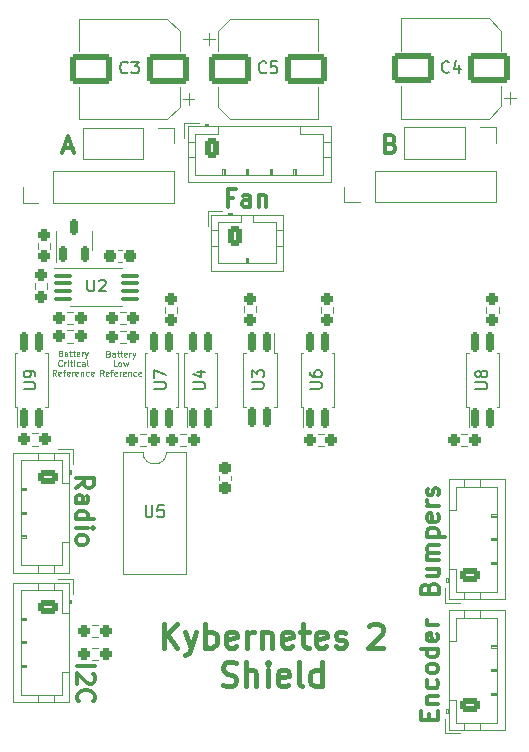
<source format=gto>
G04 #@! TF.GenerationSoftware,KiCad,Pcbnew,7.0.0*
G04 #@! TF.CreationDate,2023-03-01T21:53:21-08:00*
G04 #@! TF.ProjectId,KYBERNETES-CHASSIS-SHIELD,4b594245-524e-4455-9445-532d43484153,rev?*
G04 #@! TF.SameCoordinates,Original*
G04 #@! TF.FileFunction,Legend,Top*
G04 #@! TF.FilePolarity,Positive*
%FSLAX46Y46*%
G04 Gerber Fmt 4.6, Leading zero omitted, Abs format (unit mm)*
G04 Created by KiCad (PCBNEW 7.0.0) date 2023-03-01 21:53:21*
%MOMM*%
%LPD*%
G01*
G04 APERTURE LIST*
G04 Aperture macros list*
%AMRoundRect*
0 Rectangle with rounded corners*
0 $1 Rounding radius*
0 $2 $3 $4 $5 $6 $7 $8 $9 X,Y pos of 4 corners*
0 Add a 4 corners polygon primitive as box body*
4,1,4,$2,$3,$4,$5,$6,$7,$8,$9,$2,$3,0*
0 Add four circle primitives for the rounded corners*
1,1,$1+$1,$2,$3*
1,1,$1+$1,$4,$5*
1,1,$1+$1,$6,$7*
1,1,$1+$1,$8,$9*
0 Add four rect primitives between the rounded corners*
20,1,$1+$1,$2,$3,$4,$5,0*
20,1,$1+$1,$4,$5,$6,$7,0*
20,1,$1+$1,$6,$7,$8,$9,0*
20,1,$1+$1,$8,$9,$2,$3,0*%
G04 Aperture macros list end*
%ADD10C,0.400000*%
%ADD11C,0.300000*%
%ADD12C,0.125000*%
%ADD13C,0.150000*%
%ADD14C,0.120000*%
%ADD15RoundRect,0.150000X0.150000X-0.662500X0.150000X0.662500X-0.150000X0.662500X-0.150000X-0.662500X0*%
%ADD16RoundRect,0.237500X0.250000X0.237500X-0.250000X0.237500X-0.250000X-0.237500X0.250000X-0.237500X0*%
%ADD17RoundRect,0.237500X-0.250000X-0.237500X0.250000X-0.237500X0.250000X0.237500X-0.250000X0.237500X0*%
%ADD18RoundRect,0.237500X-0.237500X0.250000X-0.237500X-0.250000X0.237500X-0.250000X0.237500X0.250000X0*%
%ADD19RoundRect,0.237500X0.237500X-0.250000X0.237500X0.250000X-0.237500X0.250000X-0.237500X-0.250000X0*%
%ADD20RoundRect,0.250000X1.500000X1.000000X-1.500000X1.000000X-1.500000X-1.000000X1.500000X-1.000000X0*%
%ADD21RoundRect,0.237500X-0.237500X0.300000X-0.237500X-0.300000X0.237500X-0.300000X0.237500X0.300000X0*%
%ADD22R,1.600000X1.600000*%
%ADD23O,1.600000X1.600000*%
%ADD24R,1.700000X1.700000*%
%ADD25O,1.700000X1.700000*%
%ADD26RoundRect,0.250000X0.625000X-0.350000X0.625000X0.350000X-0.625000X0.350000X-0.625000X-0.350000X0*%
%ADD27O,1.750000X1.200000*%
%ADD28RoundRect,0.150000X-0.150000X0.662500X-0.150000X-0.662500X0.150000X-0.662500X0.150000X0.662500X0*%
%ADD29RoundRect,0.237500X0.300000X0.237500X-0.300000X0.237500X-0.300000X-0.237500X0.300000X-0.237500X0*%
%ADD30RoundRect,0.250000X-0.625000X0.350000X-0.625000X-0.350000X0.625000X-0.350000X0.625000X0.350000X0*%
%ADD31C,3.200000*%
%ADD32O,1.727200X1.727200*%
%ADD33R,1.727200X1.727200*%
%ADD34RoundRect,0.250000X-1.500000X-1.000000X1.500000X-1.000000X1.500000X1.000000X-1.500000X1.000000X0*%
%ADD35RoundRect,0.250000X-0.350000X-0.625000X0.350000X-0.625000X0.350000X0.625000X-0.350000X0.625000X0*%
%ADD36O,1.200000X1.750000*%
%ADD37RoundRect,0.150000X0.150000X-0.512500X0.150000X0.512500X-0.150000X0.512500X-0.150000X-0.512500X0*%
%ADD38RoundRect,0.100000X-0.637500X-0.100000X0.637500X-0.100000X0.637500X0.100000X-0.637500X0.100000X0*%
G04 APERTURE END LIST*
D10*
X143705951Y-120274761D02*
X143705951Y-118274761D01*
X144848808Y-120274761D02*
X143991665Y-119131904D01*
X144848808Y-118274761D02*
X143705951Y-119417619D01*
X145515475Y-118941428D02*
X145991665Y-120274761D01*
X146467856Y-118941428D02*
X145991665Y-120274761D01*
X145991665Y-120274761D02*
X145801189Y-120750952D01*
X145801189Y-120750952D02*
X145705951Y-120846190D01*
X145705951Y-120846190D02*
X145515475Y-120941428D01*
X147229761Y-120274761D02*
X147229761Y-118274761D01*
X147229761Y-119036666D02*
X147420237Y-118941428D01*
X147420237Y-118941428D02*
X147801190Y-118941428D01*
X147801190Y-118941428D02*
X147991666Y-119036666D01*
X147991666Y-119036666D02*
X148086904Y-119131904D01*
X148086904Y-119131904D02*
X148182142Y-119322380D01*
X148182142Y-119322380D02*
X148182142Y-119893809D01*
X148182142Y-119893809D02*
X148086904Y-120084285D01*
X148086904Y-120084285D02*
X147991666Y-120179523D01*
X147991666Y-120179523D02*
X147801190Y-120274761D01*
X147801190Y-120274761D02*
X147420237Y-120274761D01*
X147420237Y-120274761D02*
X147229761Y-120179523D01*
X149801190Y-120179523D02*
X149610714Y-120274761D01*
X149610714Y-120274761D02*
X149229761Y-120274761D01*
X149229761Y-120274761D02*
X149039285Y-120179523D01*
X149039285Y-120179523D02*
X148944047Y-119989047D01*
X148944047Y-119989047D02*
X148944047Y-119227142D01*
X148944047Y-119227142D02*
X149039285Y-119036666D01*
X149039285Y-119036666D02*
X149229761Y-118941428D01*
X149229761Y-118941428D02*
X149610714Y-118941428D01*
X149610714Y-118941428D02*
X149801190Y-119036666D01*
X149801190Y-119036666D02*
X149896428Y-119227142D01*
X149896428Y-119227142D02*
X149896428Y-119417619D01*
X149896428Y-119417619D02*
X148944047Y-119608095D01*
X150753571Y-120274761D02*
X150753571Y-118941428D01*
X150753571Y-119322380D02*
X150848809Y-119131904D01*
X150848809Y-119131904D02*
X150944047Y-119036666D01*
X150944047Y-119036666D02*
X151134523Y-118941428D01*
X151134523Y-118941428D02*
X151325000Y-118941428D01*
X151991666Y-118941428D02*
X151991666Y-120274761D01*
X151991666Y-119131904D02*
X152086904Y-119036666D01*
X152086904Y-119036666D02*
X152277380Y-118941428D01*
X152277380Y-118941428D02*
X152563095Y-118941428D01*
X152563095Y-118941428D02*
X152753571Y-119036666D01*
X152753571Y-119036666D02*
X152848809Y-119227142D01*
X152848809Y-119227142D02*
X152848809Y-120274761D01*
X154563095Y-120179523D02*
X154372619Y-120274761D01*
X154372619Y-120274761D02*
X153991666Y-120274761D01*
X153991666Y-120274761D02*
X153801190Y-120179523D01*
X153801190Y-120179523D02*
X153705952Y-119989047D01*
X153705952Y-119989047D02*
X153705952Y-119227142D01*
X153705952Y-119227142D02*
X153801190Y-119036666D01*
X153801190Y-119036666D02*
X153991666Y-118941428D01*
X153991666Y-118941428D02*
X154372619Y-118941428D01*
X154372619Y-118941428D02*
X154563095Y-119036666D01*
X154563095Y-119036666D02*
X154658333Y-119227142D01*
X154658333Y-119227142D02*
X154658333Y-119417619D01*
X154658333Y-119417619D02*
X153705952Y-119608095D01*
X155229762Y-118941428D02*
X155991666Y-118941428D01*
X155515476Y-118274761D02*
X155515476Y-119989047D01*
X155515476Y-119989047D02*
X155610714Y-120179523D01*
X155610714Y-120179523D02*
X155801190Y-120274761D01*
X155801190Y-120274761D02*
X155991666Y-120274761D01*
X157420238Y-120179523D02*
X157229762Y-120274761D01*
X157229762Y-120274761D02*
X156848809Y-120274761D01*
X156848809Y-120274761D02*
X156658333Y-120179523D01*
X156658333Y-120179523D02*
X156563095Y-119989047D01*
X156563095Y-119989047D02*
X156563095Y-119227142D01*
X156563095Y-119227142D02*
X156658333Y-119036666D01*
X156658333Y-119036666D02*
X156848809Y-118941428D01*
X156848809Y-118941428D02*
X157229762Y-118941428D01*
X157229762Y-118941428D02*
X157420238Y-119036666D01*
X157420238Y-119036666D02*
X157515476Y-119227142D01*
X157515476Y-119227142D02*
X157515476Y-119417619D01*
X157515476Y-119417619D02*
X156563095Y-119608095D01*
X158277381Y-120179523D02*
X158467857Y-120274761D01*
X158467857Y-120274761D02*
X158848809Y-120274761D01*
X158848809Y-120274761D02*
X159039286Y-120179523D01*
X159039286Y-120179523D02*
X159134524Y-119989047D01*
X159134524Y-119989047D02*
X159134524Y-119893809D01*
X159134524Y-119893809D02*
X159039286Y-119703333D01*
X159039286Y-119703333D02*
X158848809Y-119608095D01*
X158848809Y-119608095D02*
X158563095Y-119608095D01*
X158563095Y-119608095D02*
X158372619Y-119512857D01*
X158372619Y-119512857D02*
X158277381Y-119322380D01*
X158277381Y-119322380D02*
X158277381Y-119227142D01*
X158277381Y-119227142D02*
X158372619Y-119036666D01*
X158372619Y-119036666D02*
X158563095Y-118941428D01*
X158563095Y-118941428D02*
X158848809Y-118941428D01*
X158848809Y-118941428D02*
X159039286Y-119036666D01*
X161096429Y-118465238D02*
X161191667Y-118370000D01*
X161191667Y-118370000D02*
X161382143Y-118274761D01*
X161382143Y-118274761D02*
X161858334Y-118274761D01*
X161858334Y-118274761D02*
X162048810Y-118370000D01*
X162048810Y-118370000D02*
X162144048Y-118465238D01*
X162144048Y-118465238D02*
X162239286Y-118655714D01*
X162239286Y-118655714D02*
X162239286Y-118846190D01*
X162239286Y-118846190D02*
X162144048Y-119131904D01*
X162144048Y-119131904D02*
X161001191Y-120274761D01*
X161001191Y-120274761D02*
X162239286Y-120274761D01*
X148686904Y-123419523D02*
X148972618Y-123514761D01*
X148972618Y-123514761D02*
X149448809Y-123514761D01*
X149448809Y-123514761D02*
X149639285Y-123419523D01*
X149639285Y-123419523D02*
X149734523Y-123324285D01*
X149734523Y-123324285D02*
X149829761Y-123133809D01*
X149829761Y-123133809D02*
X149829761Y-122943333D01*
X149829761Y-122943333D02*
X149734523Y-122752857D01*
X149734523Y-122752857D02*
X149639285Y-122657619D01*
X149639285Y-122657619D02*
X149448809Y-122562380D01*
X149448809Y-122562380D02*
X149067856Y-122467142D01*
X149067856Y-122467142D02*
X148877380Y-122371904D01*
X148877380Y-122371904D02*
X148782142Y-122276666D01*
X148782142Y-122276666D02*
X148686904Y-122086190D01*
X148686904Y-122086190D02*
X148686904Y-121895714D01*
X148686904Y-121895714D02*
X148782142Y-121705238D01*
X148782142Y-121705238D02*
X148877380Y-121610000D01*
X148877380Y-121610000D02*
X149067856Y-121514761D01*
X149067856Y-121514761D02*
X149544047Y-121514761D01*
X149544047Y-121514761D02*
X149829761Y-121610000D01*
X150686904Y-123514761D02*
X150686904Y-121514761D01*
X151544047Y-123514761D02*
X151544047Y-122467142D01*
X151544047Y-122467142D02*
X151448809Y-122276666D01*
X151448809Y-122276666D02*
X151258333Y-122181428D01*
X151258333Y-122181428D02*
X150972618Y-122181428D01*
X150972618Y-122181428D02*
X150782142Y-122276666D01*
X150782142Y-122276666D02*
X150686904Y-122371904D01*
X152496428Y-123514761D02*
X152496428Y-122181428D01*
X152496428Y-121514761D02*
X152401190Y-121610000D01*
X152401190Y-121610000D02*
X152496428Y-121705238D01*
X152496428Y-121705238D02*
X152591666Y-121610000D01*
X152591666Y-121610000D02*
X152496428Y-121514761D01*
X152496428Y-121514761D02*
X152496428Y-121705238D01*
X154210714Y-123419523D02*
X154020238Y-123514761D01*
X154020238Y-123514761D02*
X153639285Y-123514761D01*
X153639285Y-123514761D02*
X153448809Y-123419523D01*
X153448809Y-123419523D02*
X153353571Y-123229047D01*
X153353571Y-123229047D02*
X153353571Y-122467142D01*
X153353571Y-122467142D02*
X153448809Y-122276666D01*
X153448809Y-122276666D02*
X153639285Y-122181428D01*
X153639285Y-122181428D02*
X154020238Y-122181428D01*
X154020238Y-122181428D02*
X154210714Y-122276666D01*
X154210714Y-122276666D02*
X154305952Y-122467142D01*
X154305952Y-122467142D02*
X154305952Y-122657619D01*
X154305952Y-122657619D02*
X153353571Y-122848095D01*
X155448809Y-123514761D02*
X155258333Y-123419523D01*
X155258333Y-123419523D02*
X155163095Y-123229047D01*
X155163095Y-123229047D02*
X155163095Y-121514761D01*
X157067857Y-123514761D02*
X157067857Y-121514761D01*
X157067857Y-123419523D02*
X156877381Y-123514761D01*
X156877381Y-123514761D02*
X156496428Y-123514761D01*
X156496428Y-123514761D02*
X156305952Y-123419523D01*
X156305952Y-123419523D02*
X156210714Y-123324285D01*
X156210714Y-123324285D02*
X156115476Y-123133809D01*
X156115476Y-123133809D02*
X156115476Y-122562380D01*
X156115476Y-122562380D02*
X156210714Y-122371904D01*
X156210714Y-122371904D02*
X156305952Y-122276666D01*
X156305952Y-122276666D02*
X156496428Y-122181428D01*
X156496428Y-122181428D02*
X156877381Y-122181428D01*
X156877381Y-122181428D02*
X157067857Y-122276666D01*
D11*
X135265714Y-78005000D02*
X135980000Y-78005000D01*
X135122857Y-78433571D02*
X135622857Y-76933571D01*
X135622857Y-76933571D02*
X136122857Y-78433571D01*
X166162857Y-126367857D02*
X166162857Y-125867857D01*
X166948571Y-125653571D02*
X166948571Y-126367857D01*
X166948571Y-126367857D02*
X165448571Y-126367857D01*
X165448571Y-126367857D02*
X165448571Y-125653571D01*
X165948571Y-125010714D02*
X166948571Y-125010714D01*
X166091428Y-125010714D02*
X166020000Y-124939285D01*
X166020000Y-124939285D02*
X165948571Y-124796428D01*
X165948571Y-124796428D02*
X165948571Y-124582142D01*
X165948571Y-124582142D02*
X166020000Y-124439285D01*
X166020000Y-124439285D02*
X166162857Y-124367857D01*
X166162857Y-124367857D02*
X166948571Y-124367857D01*
X166877142Y-123010714D02*
X166948571Y-123153571D01*
X166948571Y-123153571D02*
X166948571Y-123439285D01*
X166948571Y-123439285D02*
X166877142Y-123582142D01*
X166877142Y-123582142D02*
X166805714Y-123653571D01*
X166805714Y-123653571D02*
X166662857Y-123724999D01*
X166662857Y-123724999D02*
X166234285Y-123724999D01*
X166234285Y-123724999D02*
X166091428Y-123653571D01*
X166091428Y-123653571D02*
X166020000Y-123582142D01*
X166020000Y-123582142D02*
X165948571Y-123439285D01*
X165948571Y-123439285D02*
X165948571Y-123153571D01*
X165948571Y-123153571D02*
X166020000Y-123010714D01*
X166948571Y-122153571D02*
X166877142Y-122296428D01*
X166877142Y-122296428D02*
X166805714Y-122367857D01*
X166805714Y-122367857D02*
X166662857Y-122439285D01*
X166662857Y-122439285D02*
X166234285Y-122439285D01*
X166234285Y-122439285D02*
X166091428Y-122367857D01*
X166091428Y-122367857D02*
X166020000Y-122296428D01*
X166020000Y-122296428D02*
X165948571Y-122153571D01*
X165948571Y-122153571D02*
X165948571Y-121939285D01*
X165948571Y-121939285D02*
X166020000Y-121796428D01*
X166020000Y-121796428D02*
X166091428Y-121725000D01*
X166091428Y-121725000D02*
X166234285Y-121653571D01*
X166234285Y-121653571D02*
X166662857Y-121653571D01*
X166662857Y-121653571D02*
X166805714Y-121725000D01*
X166805714Y-121725000D02*
X166877142Y-121796428D01*
X166877142Y-121796428D02*
X166948571Y-121939285D01*
X166948571Y-121939285D02*
X166948571Y-122153571D01*
X166948571Y-120367857D02*
X165448571Y-120367857D01*
X166877142Y-120367857D02*
X166948571Y-120510714D01*
X166948571Y-120510714D02*
X166948571Y-120796428D01*
X166948571Y-120796428D02*
X166877142Y-120939285D01*
X166877142Y-120939285D02*
X166805714Y-121010714D01*
X166805714Y-121010714D02*
X166662857Y-121082142D01*
X166662857Y-121082142D02*
X166234285Y-121082142D01*
X166234285Y-121082142D02*
X166091428Y-121010714D01*
X166091428Y-121010714D02*
X166020000Y-120939285D01*
X166020000Y-120939285D02*
X165948571Y-120796428D01*
X165948571Y-120796428D02*
X165948571Y-120510714D01*
X165948571Y-120510714D02*
X166020000Y-120367857D01*
X166877142Y-119082142D02*
X166948571Y-119224999D01*
X166948571Y-119224999D02*
X166948571Y-119510714D01*
X166948571Y-119510714D02*
X166877142Y-119653571D01*
X166877142Y-119653571D02*
X166734285Y-119724999D01*
X166734285Y-119724999D02*
X166162857Y-119724999D01*
X166162857Y-119724999D02*
X166020000Y-119653571D01*
X166020000Y-119653571D02*
X165948571Y-119510714D01*
X165948571Y-119510714D02*
X165948571Y-119224999D01*
X165948571Y-119224999D02*
X166020000Y-119082142D01*
X166020000Y-119082142D02*
X166162857Y-119010714D01*
X166162857Y-119010714D02*
X166305714Y-119010714D01*
X166305714Y-119010714D02*
X166448571Y-119724999D01*
X166948571Y-118367857D02*
X165948571Y-118367857D01*
X166234285Y-118367857D02*
X166091428Y-118296428D01*
X166091428Y-118296428D02*
X166020000Y-118225000D01*
X166020000Y-118225000D02*
X165948571Y-118082142D01*
X165948571Y-118082142D02*
X165948571Y-117939285D01*
X136276428Y-106774285D02*
X136990714Y-106274285D01*
X136276428Y-105917142D02*
X137776428Y-105917142D01*
X137776428Y-105917142D02*
X137776428Y-106488571D01*
X137776428Y-106488571D02*
X137705000Y-106631428D01*
X137705000Y-106631428D02*
X137633571Y-106702857D01*
X137633571Y-106702857D02*
X137490714Y-106774285D01*
X137490714Y-106774285D02*
X137276428Y-106774285D01*
X137276428Y-106774285D02*
X137133571Y-106702857D01*
X137133571Y-106702857D02*
X137062142Y-106631428D01*
X137062142Y-106631428D02*
X136990714Y-106488571D01*
X136990714Y-106488571D02*
X136990714Y-105917142D01*
X136276428Y-108060000D02*
X137062142Y-108060000D01*
X137062142Y-108060000D02*
X137205000Y-107988571D01*
X137205000Y-107988571D02*
X137276428Y-107845714D01*
X137276428Y-107845714D02*
X137276428Y-107560000D01*
X137276428Y-107560000D02*
X137205000Y-107417142D01*
X136347857Y-108060000D02*
X136276428Y-107917142D01*
X136276428Y-107917142D02*
X136276428Y-107560000D01*
X136276428Y-107560000D02*
X136347857Y-107417142D01*
X136347857Y-107417142D02*
X136490714Y-107345714D01*
X136490714Y-107345714D02*
X136633571Y-107345714D01*
X136633571Y-107345714D02*
X136776428Y-107417142D01*
X136776428Y-107417142D02*
X136847857Y-107560000D01*
X136847857Y-107560000D02*
X136847857Y-107917142D01*
X136847857Y-107917142D02*
X136919285Y-108060000D01*
X136276428Y-109417143D02*
X137776428Y-109417143D01*
X136347857Y-109417143D02*
X136276428Y-109274285D01*
X136276428Y-109274285D02*
X136276428Y-108988571D01*
X136276428Y-108988571D02*
X136347857Y-108845714D01*
X136347857Y-108845714D02*
X136419285Y-108774285D01*
X136419285Y-108774285D02*
X136562142Y-108702857D01*
X136562142Y-108702857D02*
X136990714Y-108702857D01*
X136990714Y-108702857D02*
X137133571Y-108774285D01*
X137133571Y-108774285D02*
X137205000Y-108845714D01*
X137205000Y-108845714D02*
X137276428Y-108988571D01*
X137276428Y-108988571D02*
X137276428Y-109274285D01*
X137276428Y-109274285D02*
X137205000Y-109417143D01*
X136276428Y-110131428D02*
X137276428Y-110131428D01*
X137776428Y-110131428D02*
X137705000Y-110060000D01*
X137705000Y-110060000D02*
X137633571Y-110131428D01*
X137633571Y-110131428D02*
X137705000Y-110202857D01*
X137705000Y-110202857D02*
X137776428Y-110131428D01*
X137776428Y-110131428D02*
X137633571Y-110131428D01*
X136276428Y-111060000D02*
X136347857Y-110917143D01*
X136347857Y-110917143D02*
X136419285Y-110845714D01*
X136419285Y-110845714D02*
X136562142Y-110774286D01*
X136562142Y-110774286D02*
X136990714Y-110774286D01*
X136990714Y-110774286D02*
X137133571Y-110845714D01*
X137133571Y-110845714D02*
X137205000Y-110917143D01*
X137205000Y-110917143D02*
X137276428Y-111060000D01*
X137276428Y-111060000D02*
X137276428Y-111274286D01*
X137276428Y-111274286D02*
X137205000Y-111417143D01*
X137205000Y-111417143D02*
X137133571Y-111488572D01*
X137133571Y-111488572D02*
X136990714Y-111560000D01*
X136990714Y-111560000D02*
X136562142Y-111560000D01*
X136562142Y-111560000D02*
X136419285Y-111488572D01*
X136419285Y-111488572D02*
X136347857Y-111417143D01*
X136347857Y-111417143D02*
X136276428Y-111274286D01*
X136276428Y-111274286D02*
X136276428Y-111060000D01*
X162947142Y-77617857D02*
X163161428Y-77689285D01*
X163161428Y-77689285D02*
X163232857Y-77760714D01*
X163232857Y-77760714D02*
X163304285Y-77903571D01*
X163304285Y-77903571D02*
X163304285Y-78117857D01*
X163304285Y-78117857D02*
X163232857Y-78260714D01*
X163232857Y-78260714D02*
X163161428Y-78332142D01*
X163161428Y-78332142D02*
X163018571Y-78403571D01*
X163018571Y-78403571D02*
X162447142Y-78403571D01*
X162447142Y-78403571D02*
X162447142Y-76903571D01*
X162447142Y-76903571D02*
X162947142Y-76903571D01*
X162947142Y-76903571D02*
X163090000Y-76975000D01*
X163090000Y-76975000D02*
X163161428Y-77046428D01*
X163161428Y-77046428D02*
X163232857Y-77189285D01*
X163232857Y-77189285D02*
X163232857Y-77332142D01*
X163232857Y-77332142D02*
X163161428Y-77475000D01*
X163161428Y-77475000D02*
X163090000Y-77546428D01*
X163090000Y-77546428D02*
X162947142Y-77617857D01*
X162947142Y-77617857D02*
X162447142Y-77617857D01*
D12*
X134989286Y-95359285D02*
X135060714Y-95383095D01*
X135060714Y-95383095D02*
X135084524Y-95406904D01*
X135084524Y-95406904D02*
X135108333Y-95454523D01*
X135108333Y-95454523D02*
X135108333Y-95525952D01*
X135108333Y-95525952D02*
X135084524Y-95573571D01*
X135084524Y-95573571D02*
X135060714Y-95597380D01*
X135060714Y-95597380D02*
X135013095Y-95621190D01*
X135013095Y-95621190D02*
X134822619Y-95621190D01*
X134822619Y-95621190D02*
X134822619Y-95121190D01*
X134822619Y-95121190D02*
X134989286Y-95121190D01*
X134989286Y-95121190D02*
X135036905Y-95145000D01*
X135036905Y-95145000D02*
X135060714Y-95168809D01*
X135060714Y-95168809D02*
X135084524Y-95216428D01*
X135084524Y-95216428D02*
X135084524Y-95264047D01*
X135084524Y-95264047D02*
X135060714Y-95311666D01*
X135060714Y-95311666D02*
X135036905Y-95335476D01*
X135036905Y-95335476D02*
X134989286Y-95359285D01*
X134989286Y-95359285D02*
X134822619Y-95359285D01*
X135536905Y-95621190D02*
X135536905Y-95359285D01*
X135536905Y-95359285D02*
X135513095Y-95311666D01*
X135513095Y-95311666D02*
X135465476Y-95287857D01*
X135465476Y-95287857D02*
X135370238Y-95287857D01*
X135370238Y-95287857D02*
X135322619Y-95311666D01*
X135536905Y-95597380D02*
X135489286Y-95621190D01*
X135489286Y-95621190D02*
X135370238Y-95621190D01*
X135370238Y-95621190D02*
X135322619Y-95597380D01*
X135322619Y-95597380D02*
X135298810Y-95549761D01*
X135298810Y-95549761D02*
X135298810Y-95502142D01*
X135298810Y-95502142D02*
X135322619Y-95454523D01*
X135322619Y-95454523D02*
X135370238Y-95430714D01*
X135370238Y-95430714D02*
X135489286Y-95430714D01*
X135489286Y-95430714D02*
X135536905Y-95406904D01*
X135703572Y-95287857D02*
X135894048Y-95287857D01*
X135775000Y-95121190D02*
X135775000Y-95549761D01*
X135775000Y-95549761D02*
X135798810Y-95597380D01*
X135798810Y-95597380D02*
X135846429Y-95621190D01*
X135846429Y-95621190D02*
X135894048Y-95621190D01*
X135989286Y-95287857D02*
X136179762Y-95287857D01*
X136060714Y-95121190D02*
X136060714Y-95549761D01*
X136060714Y-95549761D02*
X136084524Y-95597380D01*
X136084524Y-95597380D02*
X136132143Y-95621190D01*
X136132143Y-95621190D02*
X136179762Y-95621190D01*
X136536904Y-95597380D02*
X136489285Y-95621190D01*
X136489285Y-95621190D02*
X136394047Y-95621190D01*
X136394047Y-95621190D02*
X136346428Y-95597380D01*
X136346428Y-95597380D02*
X136322619Y-95549761D01*
X136322619Y-95549761D02*
X136322619Y-95359285D01*
X136322619Y-95359285D02*
X136346428Y-95311666D01*
X136346428Y-95311666D02*
X136394047Y-95287857D01*
X136394047Y-95287857D02*
X136489285Y-95287857D01*
X136489285Y-95287857D02*
X136536904Y-95311666D01*
X136536904Y-95311666D02*
X136560714Y-95359285D01*
X136560714Y-95359285D02*
X136560714Y-95406904D01*
X136560714Y-95406904D02*
X136322619Y-95454523D01*
X136774999Y-95621190D02*
X136774999Y-95287857D01*
X136774999Y-95383095D02*
X136798809Y-95335476D01*
X136798809Y-95335476D02*
X136822618Y-95311666D01*
X136822618Y-95311666D02*
X136870237Y-95287857D01*
X136870237Y-95287857D02*
X136917856Y-95287857D01*
X137036904Y-95287857D02*
X137155952Y-95621190D01*
X137274999Y-95287857D02*
X137155952Y-95621190D01*
X137155952Y-95621190D02*
X137108333Y-95740238D01*
X137108333Y-95740238D02*
X137084523Y-95764047D01*
X137084523Y-95764047D02*
X137036904Y-95787857D01*
X135072619Y-96383571D02*
X135048810Y-96407380D01*
X135048810Y-96407380D02*
X134977381Y-96431190D01*
X134977381Y-96431190D02*
X134929762Y-96431190D01*
X134929762Y-96431190D02*
X134858334Y-96407380D01*
X134858334Y-96407380D02*
X134810715Y-96359761D01*
X134810715Y-96359761D02*
X134786905Y-96312142D01*
X134786905Y-96312142D02*
X134763096Y-96216904D01*
X134763096Y-96216904D02*
X134763096Y-96145476D01*
X134763096Y-96145476D02*
X134786905Y-96050238D01*
X134786905Y-96050238D02*
X134810715Y-96002619D01*
X134810715Y-96002619D02*
X134858334Y-95955000D01*
X134858334Y-95955000D02*
X134929762Y-95931190D01*
X134929762Y-95931190D02*
X134977381Y-95931190D01*
X134977381Y-95931190D02*
X135048810Y-95955000D01*
X135048810Y-95955000D02*
X135072619Y-95978809D01*
X135286905Y-96431190D02*
X135286905Y-96097857D01*
X135286905Y-96193095D02*
X135310715Y-96145476D01*
X135310715Y-96145476D02*
X135334524Y-96121666D01*
X135334524Y-96121666D02*
X135382143Y-96097857D01*
X135382143Y-96097857D02*
X135429762Y-96097857D01*
X135596429Y-96431190D02*
X135596429Y-96097857D01*
X135596429Y-95931190D02*
X135572620Y-95955000D01*
X135572620Y-95955000D02*
X135596429Y-95978809D01*
X135596429Y-95978809D02*
X135620239Y-95955000D01*
X135620239Y-95955000D02*
X135596429Y-95931190D01*
X135596429Y-95931190D02*
X135596429Y-95978809D01*
X135763096Y-96097857D02*
X135953572Y-96097857D01*
X135834524Y-95931190D02*
X135834524Y-96359761D01*
X135834524Y-96359761D02*
X135858334Y-96407380D01*
X135858334Y-96407380D02*
X135905953Y-96431190D01*
X135905953Y-96431190D02*
X135953572Y-96431190D01*
X136120238Y-96431190D02*
X136120238Y-96097857D01*
X136120238Y-95931190D02*
X136096429Y-95955000D01*
X136096429Y-95955000D02*
X136120238Y-95978809D01*
X136120238Y-95978809D02*
X136144048Y-95955000D01*
X136144048Y-95955000D02*
X136120238Y-95931190D01*
X136120238Y-95931190D02*
X136120238Y-95978809D01*
X136572619Y-96407380D02*
X136525000Y-96431190D01*
X136525000Y-96431190D02*
X136429762Y-96431190D01*
X136429762Y-96431190D02*
X136382143Y-96407380D01*
X136382143Y-96407380D02*
X136358333Y-96383571D01*
X136358333Y-96383571D02*
X136334524Y-96335952D01*
X136334524Y-96335952D02*
X136334524Y-96193095D01*
X136334524Y-96193095D02*
X136358333Y-96145476D01*
X136358333Y-96145476D02*
X136382143Y-96121666D01*
X136382143Y-96121666D02*
X136429762Y-96097857D01*
X136429762Y-96097857D02*
X136525000Y-96097857D01*
X136525000Y-96097857D02*
X136572619Y-96121666D01*
X137001190Y-96431190D02*
X137001190Y-96169285D01*
X137001190Y-96169285D02*
X136977380Y-96121666D01*
X136977380Y-96121666D02*
X136929761Y-96097857D01*
X136929761Y-96097857D02*
X136834523Y-96097857D01*
X136834523Y-96097857D02*
X136786904Y-96121666D01*
X137001190Y-96407380D02*
X136953571Y-96431190D01*
X136953571Y-96431190D02*
X136834523Y-96431190D01*
X136834523Y-96431190D02*
X136786904Y-96407380D01*
X136786904Y-96407380D02*
X136763095Y-96359761D01*
X136763095Y-96359761D02*
X136763095Y-96312142D01*
X136763095Y-96312142D02*
X136786904Y-96264523D01*
X136786904Y-96264523D02*
X136834523Y-96240714D01*
X136834523Y-96240714D02*
X136953571Y-96240714D01*
X136953571Y-96240714D02*
X137001190Y-96216904D01*
X137310714Y-96431190D02*
X137263095Y-96407380D01*
X137263095Y-96407380D02*
X137239285Y-96359761D01*
X137239285Y-96359761D02*
X137239285Y-95931190D01*
X134584524Y-97241190D02*
X134417858Y-97003095D01*
X134298810Y-97241190D02*
X134298810Y-96741190D01*
X134298810Y-96741190D02*
X134489286Y-96741190D01*
X134489286Y-96741190D02*
X134536905Y-96765000D01*
X134536905Y-96765000D02*
X134560715Y-96788809D01*
X134560715Y-96788809D02*
X134584524Y-96836428D01*
X134584524Y-96836428D02*
X134584524Y-96907857D01*
X134584524Y-96907857D02*
X134560715Y-96955476D01*
X134560715Y-96955476D02*
X134536905Y-96979285D01*
X134536905Y-96979285D02*
X134489286Y-97003095D01*
X134489286Y-97003095D02*
X134298810Y-97003095D01*
X134989286Y-97217380D02*
X134941667Y-97241190D01*
X134941667Y-97241190D02*
X134846429Y-97241190D01*
X134846429Y-97241190D02*
X134798810Y-97217380D01*
X134798810Y-97217380D02*
X134775001Y-97169761D01*
X134775001Y-97169761D02*
X134775001Y-96979285D01*
X134775001Y-96979285D02*
X134798810Y-96931666D01*
X134798810Y-96931666D02*
X134846429Y-96907857D01*
X134846429Y-96907857D02*
X134941667Y-96907857D01*
X134941667Y-96907857D02*
X134989286Y-96931666D01*
X134989286Y-96931666D02*
X135013096Y-96979285D01*
X135013096Y-96979285D02*
X135013096Y-97026904D01*
X135013096Y-97026904D02*
X134775001Y-97074523D01*
X135155953Y-96907857D02*
X135346429Y-96907857D01*
X135227381Y-97241190D02*
X135227381Y-96812619D01*
X135227381Y-96812619D02*
X135251191Y-96765000D01*
X135251191Y-96765000D02*
X135298810Y-96741190D01*
X135298810Y-96741190D02*
X135346429Y-96741190D01*
X135703571Y-97217380D02*
X135655952Y-97241190D01*
X135655952Y-97241190D02*
X135560714Y-97241190D01*
X135560714Y-97241190D02*
X135513095Y-97217380D01*
X135513095Y-97217380D02*
X135489286Y-97169761D01*
X135489286Y-97169761D02*
X135489286Y-96979285D01*
X135489286Y-96979285D02*
X135513095Y-96931666D01*
X135513095Y-96931666D02*
X135560714Y-96907857D01*
X135560714Y-96907857D02*
X135655952Y-96907857D01*
X135655952Y-96907857D02*
X135703571Y-96931666D01*
X135703571Y-96931666D02*
X135727381Y-96979285D01*
X135727381Y-96979285D02*
X135727381Y-97026904D01*
X135727381Y-97026904D02*
X135489286Y-97074523D01*
X135941666Y-97241190D02*
X135941666Y-96907857D01*
X135941666Y-97003095D02*
X135965476Y-96955476D01*
X135965476Y-96955476D02*
X135989285Y-96931666D01*
X135989285Y-96931666D02*
X136036904Y-96907857D01*
X136036904Y-96907857D02*
X136084523Y-96907857D01*
X136441666Y-97217380D02*
X136394047Y-97241190D01*
X136394047Y-97241190D02*
X136298809Y-97241190D01*
X136298809Y-97241190D02*
X136251190Y-97217380D01*
X136251190Y-97217380D02*
X136227381Y-97169761D01*
X136227381Y-97169761D02*
X136227381Y-96979285D01*
X136227381Y-96979285D02*
X136251190Y-96931666D01*
X136251190Y-96931666D02*
X136298809Y-96907857D01*
X136298809Y-96907857D02*
X136394047Y-96907857D01*
X136394047Y-96907857D02*
X136441666Y-96931666D01*
X136441666Y-96931666D02*
X136465476Y-96979285D01*
X136465476Y-96979285D02*
X136465476Y-97026904D01*
X136465476Y-97026904D02*
X136227381Y-97074523D01*
X136679761Y-96907857D02*
X136679761Y-97241190D01*
X136679761Y-96955476D02*
X136703571Y-96931666D01*
X136703571Y-96931666D02*
X136751190Y-96907857D01*
X136751190Y-96907857D02*
X136822618Y-96907857D01*
X136822618Y-96907857D02*
X136870237Y-96931666D01*
X136870237Y-96931666D02*
X136894047Y-96979285D01*
X136894047Y-96979285D02*
X136894047Y-97241190D01*
X137346428Y-97217380D02*
X137298809Y-97241190D01*
X137298809Y-97241190D02*
X137203571Y-97241190D01*
X137203571Y-97241190D02*
X137155952Y-97217380D01*
X137155952Y-97217380D02*
X137132142Y-97193571D01*
X137132142Y-97193571D02*
X137108333Y-97145952D01*
X137108333Y-97145952D02*
X137108333Y-97003095D01*
X137108333Y-97003095D02*
X137132142Y-96955476D01*
X137132142Y-96955476D02*
X137155952Y-96931666D01*
X137155952Y-96931666D02*
X137203571Y-96907857D01*
X137203571Y-96907857D02*
X137298809Y-96907857D01*
X137298809Y-96907857D02*
X137346428Y-96931666D01*
X137751189Y-97217380D02*
X137703570Y-97241190D01*
X137703570Y-97241190D02*
X137608332Y-97241190D01*
X137608332Y-97241190D02*
X137560713Y-97217380D01*
X137560713Y-97217380D02*
X137536904Y-97169761D01*
X137536904Y-97169761D02*
X137536904Y-96979285D01*
X137536904Y-96979285D02*
X137560713Y-96931666D01*
X137560713Y-96931666D02*
X137608332Y-96907857D01*
X137608332Y-96907857D02*
X137703570Y-96907857D01*
X137703570Y-96907857D02*
X137751189Y-96931666D01*
X137751189Y-96931666D02*
X137774999Y-96979285D01*
X137774999Y-96979285D02*
X137774999Y-97026904D01*
X137774999Y-97026904D02*
X137536904Y-97074523D01*
D11*
X149607142Y-82187857D02*
X149107142Y-82187857D01*
X149107142Y-82973571D02*
X149107142Y-81473571D01*
X149107142Y-81473571D02*
X149821428Y-81473571D01*
X151035714Y-82973571D02*
X151035714Y-82187857D01*
X151035714Y-82187857D02*
X150964285Y-82045000D01*
X150964285Y-82045000D02*
X150821428Y-81973571D01*
X150821428Y-81973571D02*
X150535714Y-81973571D01*
X150535714Y-81973571D02*
X150392856Y-82045000D01*
X151035714Y-82902142D02*
X150892856Y-82973571D01*
X150892856Y-82973571D02*
X150535714Y-82973571D01*
X150535714Y-82973571D02*
X150392856Y-82902142D01*
X150392856Y-82902142D02*
X150321428Y-82759285D01*
X150321428Y-82759285D02*
X150321428Y-82616428D01*
X150321428Y-82616428D02*
X150392856Y-82473571D01*
X150392856Y-82473571D02*
X150535714Y-82402142D01*
X150535714Y-82402142D02*
X150892856Y-82402142D01*
X150892856Y-82402142D02*
X151035714Y-82330714D01*
X151749999Y-81973571D02*
X151749999Y-82973571D01*
X151749999Y-82116428D02*
X151821428Y-82045000D01*
X151821428Y-82045000D02*
X151964285Y-81973571D01*
X151964285Y-81973571D02*
X152178571Y-81973571D01*
X152178571Y-81973571D02*
X152321428Y-82045000D01*
X152321428Y-82045000D02*
X152392857Y-82187857D01*
X152392857Y-82187857D02*
X152392857Y-82973571D01*
X136376428Y-121832142D02*
X137876428Y-121832142D01*
X137733571Y-122475000D02*
X137805000Y-122546428D01*
X137805000Y-122546428D02*
X137876428Y-122689286D01*
X137876428Y-122689286D02*
X137876428Y-123046428D01*
X137876428Y-123046428D02*
X137805000Y-123189286D01*
X137805000Y-123189286D02*
X137733571Y-123260714D01*
X137733571Y-123260714D02*
X137590714Y-123332143D01*
X137590714Y-123332143D02*
X137447857Y-123332143D01*
X137447857Y-123332143D02*
X137233571Y-123260714D01*
X137233571Y-123260714D02*
X136376428Y-122403571D01*
X136376428Y-122403571D02*
X136376428Y-123332143D01*
X136519285Y-124832142D02*
X136447857Y-124760714D01*
X136447857Y-124760714D02*
X136376428Y-124546428D01*
X136376428Y-124546428D02*
X136376428Y-124403571D01*
X136376428Y-124403571D02*
X136447857Y-124189285D01*
X136447857Y-124189285D02*
X136590714Y-124046428D01*
X136590714Y-124046428D02*
X136733571Y-123974999D01*
X136733571Y-123974999D02*
X137019285Y-123903571D01*
X137019285Y-123903571D02*
X137233571Y-123903571D01*
X137233571Y-123903571D02*
X137519285Y-123974999D01*
X137519285Y-123974999D02*
X137662142Y-124046428D01*
X137662142Y-124046428D02*
X137805000Y-124189285D01*
X137805000Y-124189285D02*
X137876428Y-124403571D01*
X137876428Y-124403571D02*
X137876428Y-124546428D01*
X137876428Y-124546428D02*
X137805000Y-124760714D01*
X137805000Y-124760714D02*
X137733571Y-124832142D01*
X166187857Y-115242857D02*
X166259285Y-115028571D01*
X166259285Y-115028571D02*
X166330714Y-114957142D01*
X166330714Y-114957142D02*
X166473571Y-114885714D01*
X166473571Y-114885714D02*
X166687857Y-114885714D01*
X166687857Y-114885714D02*
X166830714Y-114957142D01*
X166830714Y-114957142D02*
X166902142Y-115028571D01*
X166902142Y-115028571D02*
X166973571Y-115171428D01*
X166973571Y-115171428D02*
X166973571Y-115742857D01*
X166973571Y-115742857D02*
X165473571Y-115742857D01*
X165473571Y-115742857D02*
X165473571Y-115242857D01*
X165473571Y-115242857D02*
X165545000Y-115100000D01*
X165545000Y-115100000D02*
X165616428Y-115028571D01*
X165616428Y-115028571D02*
X165759285Y-114957142D01*
X165759285Y-114957142D02*
X165902142Y-114957142D01*
X165902142Y-114957142D02*
X166045000Y-115028571D01*
X166045000Y-115028571D02*
X166116428Y-115100000D01*
X166116428Y-115100000D02*
X166187857Y-115242857D01*
X166187857Y-115242857D02*
X166187857Y-115742857D01*
X165973571Y-113600000D02*
X166973571Y-113600000D01*
X165973571Y-114242857D02*
X166759285Y-114242857D01*
X166759285Y-114242857D02*
X166902142Y-114171428D01*
X166902142Y-114171428D02*
X166973571Y-114028571D01*
X166973571Y-114028571D02*
X166973571Y-113814285D01*
X166973571Y-113814285D02*
X166902142Y-113671428D01*
X166902142Y-113671428D02*
X166830714Y-113600000D01*
X166973571Y-112885714D02*
X165973571Y-112885714D01*
X166116428Y-112885714D02*
X166045000Y-112814285D01*
X166045000Y-112814285D02*
X165973571Y-112671428D01*
X165973571Y-112671428D02*
X165973571Y-112457142D01*
X165973571Y-112457142D02*
X166045000Y-112314285D01*
X166045000Y-112314285D02*
X166187857Y-112242857D01*
X166187857Y-112242857D02*
X166973571Y-112242857D01*
X166187857Y-112242857D02*
X166045000Y-112171428D01*
X166045000Y-112171428D02*
X165973571Y-112028571D01*
X165973571Y-112028571D02*
X165973571Y-111814285D01*
X165973571Y-111814285D02*
X166045000Y-111671428D01*
X166045000Y-111671428D02*
X166187857Y-111599999D01*
X166187857Y-111599999D02*
X166973571Y-111599999D01*
X165973571Y-110885714D02*
X167473571Y-110885714D01*
X166045000Y-110885714D02*
X165973571Y-110742857D01*
X165973571Y-110742857D02*
X165973571Y-110457142D01*
X165973571Y-110457142D02*
X166045000Y-110314285D01*
X166045000Y-110314285D02*
X166116428Y-110242857D01*
X166116428Y-110242857D02*
X166259285Y-110171428D01*
X166259285Y-110171428D02*
X166687857Y-110171428D01*
X166687857Y-110171428D02*
X166830714Y-110242857D01*
X166830714Y-110242857D02*
X166902142Y-110314285D01*
X166902142Y-110314285D02*
X166973571Y-110457142D01*
X166973571Y-110457142D02*
X166973571Y-110742857D01*
X166973571Y-110742857D02*
X166902142Y-110885714D01*
X166902142Y-108957142D02*
X166973571Y-109099999D01*
X166973571Y-109099999D02*
X166973571Y-109385714D01*
X166973571Y-109385714D02*
X166902142Y-109528571D01*
X166902142Y-109528571D02*
X166759285Y-109599999D01*
X166759285Y-109599999D02*
X166187857Y-109599999D01*
X166187857Y-109599999D02*
X166045000Y-109528571D01*
X166045000Y-109528571D02*
X165973571Y-109385714D01*
X165973571Y-109385714D02*
X165973571Y-109099999D01*
X165973571Y-109099999D02*
X166045000Y-108957142D01*
X166045000Y-108957142D02*
X166187857Y-108885714D01*
X166187857Y-108885714D02*
X166330714Y-108885714D01*
X166330714Y-108885714D02*
X166473571Y-109599999D01*
X166973571Y-108242857D02*
X165973571Y-108242857D01*
X166259285Y-108242857D02*
X166116428Y-108171428D01*
X166116428Y-108171428D02*
X166045000Y-108100000D01*
X166045000Y-108100000D02*
X165973571Y-107957142D01*
X165973571Y-107957142D02*
X165973571Y-107814285D01*
X166902142Y-107385714D02*
X166973571Y-107242857D01*
X166973571Y-107242857D02*
X166973571Y-106957143D01*
X166973571Y-106957143D02*
X166902142Y-106814286D01*
X166902142Y-106814286D02*
X166759285Y-106742857D01*
X166759285Y-106742857D02*
X166687857Y-106742857D01*
X166687857Y-106742857D02*
X166545000Y-106814286D01*
X166545000Y-106814286D02*
X166473571Y-106957143D01*
X166473571Y-106957143D02*
X166473571Y-107171429D01*
X166473571Y-107171429D02*
X166402142Y-107314286D01*
X166402142Y-107314286D02*
X166259285Y-107385714D01*
X166259285Y-107385714D02*
X166187857Y-107385714D01*
X166187857Y-107385714D02*
X166045000Y-107314286D01*
X166045000Y-107314286D02*
X165973571Y-107171429D01*
X165973571Y-107171429D02*
X165973571Y-106957143D01*
X165973571Y-106957143D02*
X166045000Y-106814286D01*
D12*
X139014286Y-95384285D02*
X139085714Y-95408095D01*
X139085714Y-95408095D02*
X139109524Y-95431904D01*
X139109524Y-95431904D02*
X139133333Y-95479523D01*
X139133333Y-95479523D02*
X139133333Y-95550952D01*
X139133333Y-95550952D02*
X139109524Y-95598571D01*
X139109524Y-95598571D02*
X139085714Y-95622380D01*
X139085714Y-95622380D02*
X139038095Y-95646190D01*
X139038095Y-95646190D02*
X138847619Y-95646190D01*
X138847619Y-95646190D02*
X138847619Y-95146190D01*
X138847619Y-95146190D02*
X139014286Y-95146190D01*
X139014286Y-95146190D02*
X139061905Y-95170000D01*
X139061905Y-95170000D02*
X139085714Y-95193809D01*
X139085714Y-95193809D02*
X139109524Y-95241428D01*
X139109524Y-95241428D02*
X139109524Y-95289047D01*
X139109524Y-95289047D02*
X139085714Y-95336666D01*
X139085714Y-95336666D02*
X139061905Y-95360476D01*
X139061905Y-95360476D02*
X139014286Y-95384285D01*
X139014286Y-95384285D02*
X138847619Y-95384285D01*
X139561905Y-95646190D02*
X139561905Y-95384285D01*
X139561905Y-95384285D02*
X139538095Y-95336666D01*
X139538095Y-95336666D02*
X139490476Y-95312857D01*
X139490476Y-95312857D02*
X139395238Y-95312857D01*
X139395238Y-95312857D02*
X139347619Y-95336666D01*
X139561905Y-95622380D02*
X139514286Y-95646190D01*
X139514286Y-95646190D02*
X139395238Y-95646190D01*
X139395238Y-95646190D02*
X139347619Y-95622380D01*
X139347619Y-95622380D02*
X139323810Y-95574761D01*
X139323810Y-95574761D02*
X139323810Y-95527142D01*
X139323810Y-95527142D02*
X139347619Y-95479523D01*
X139347619Y-95479523D02*
X139395238Y-95455714D01*
X139395238Y-95455714D02*
X139514286Y-95455714D01*
X139514286Y-95455714D02*
X139561905Y-95431904D01*
X139728572Y-95312857D02*
X139919048Y-95312857D01*
X139800000Y-95146190D02*
X139800000Y-95574761D01*
X139800000Y-95574761D02*
X139823810Y-95622380D01*
X139823810Y-95622380D02*
X139871429Y-95646190D01*
X139871429Y-95646190D02*
X139919048Y-95646190D01*
X140014286Y-95312857D02*
X140204762Y-95312857D01*
X140085714Y-95146190D02*
X140085714Y-95574761D01*
X140085714Y-95574761D02*
X140109524Y-95622380D01*
X140109524Y-95622380D02*
X140157143Y-95646190D01*
X140157143Y-95646190D02*
X140204762Y-95646190D01*
X140561904Y-95622380D02*
X140514285Y-95646190D01*
X140514285Y-95646190D02*
X140419047Y-95646190D01*
X140419047Y-95646190D02*
X140371428Y-95622380D01*
X140371428Y-95622380D02*
X140347619Y-95574761D01*
X140347619Y-95574761D02*
X140347619Y-95384285D01*
X140347619Y-95384285D02*
X140371428Y-95336666D01*
X140371428Y-95336666D02*
X140419047Y-95312857D01*
X140419047Y-95312857D02*
X140514285Y-95312857D01*
X140514285Y-95312857D02*
X140561904Y-95336666D01*
X140561904Y-95336666D02*
X140585714Y-95384285D01*
X140585714Y-95384285D02*
X140585714Y-95431904D01*
X140585714Y-95431904D02*
X140347619Y-95479523D01*
X140799999Y-95646190D02*
X140799999Y-95312857D01*
X140799999Y-95408095D02*
X140823809Y-95360476D01*
X140823809Y-95360476D02*
X140847618Y-95336666D01*
X140847618Y-95336666D02*
X140895237Y-95312857D01*
X140895237Y-95312857D02*
X140942856Y-95312857D01*
X141061904Y-95312857D02*
X141180952Y-95646190D01*
X141299999Y-95312857D02*
X141180952Y-95646190D01*
X141180952Y-95646190D02*
X141133333Y-95765238D01*
X141133333Y-95765238D02*
X141109523Y-95789047D01*
X141109523Y-95789047D02*
X141061904Y-95812857D01*
X139716666Y-96456190D02*
X139478571Y-96456190D01*
X139478571Y-96456190D02*
X139478571Y-95956190D01*
X139954762Y-96456190D02*
X139907143Y-96432380D01*
X139907143Y-96432380D02*
X139883333Y-96408571D01*
X139883333Y-96408571D02*
X139859524Y-96360952D01*
X139859524Y-96360952D02*
X139859524Y-96218095D01*
X139859524Y-96218095D02*
X139883333Y-96170476D01*
X139883333Y-96170476D02*
X139907143Y-96146666D01*
X139907143Y-96146666D02*
X139954762Y-96122857D01*
X139954762Y-96122857D02*
X140026190Y-96122857D01*
X140026190Y-96122857D02*
X140073809Y-96146666D01*
X140073809Y-96146666D02*
X140097619Y-96170476D01*
X140097619Y-96170476D02*
X140121428Y-96218095D01*
X140121428Y-96218095D02*
X140121428Y-96360952D01*
X140121428Y-96360952D02*
X140097619Y-96408571D01*
X140097619Y-96408571D02*
X140073809Y-96432380D01*
X140073809Y-96432380D02*
X140026190Y-96456190D01*
X140026190Y-96456190D02*
X139954762Y-96456190D01*
X140288095Y-96122857D02*
X140383333Y-96456190D01*
X140383333Y-96456190D02*
X140478571Y-96218095D01*
X140478571Y-96218095D02*
X140573809Y-96456190D01*
X140573809Y-96456190D02*
X140669047Y-96122857D01*
X138609524Y-97266190D02*
X138442858Y-97028095D01*
X138323810Y-97266190D02*
X138323810Y-96766190D01*
X138323810Y-96766190D02*
X138514286Y-96766190D01*
X138514286Y-96766190D02*
X138561905Y-96790000D01*
X138561905Y-96790000D02*
X138585715Y-96813809D01*
X138585715Y-96813809D02*
X138609524Y-96861428D01*
X138609524Y-96861428D02*
X138609524Y-96932857D01*
X138609524Y-96932857D02*
X138585715Y-96980476D01*
X138585715Y-96980476D02*
X138561905Y-97004285D01*
X138561905Y-97004285D02*
X138514286Y-97028095D01*
X138514286Y-97028095D02*
X138323810Y-97028095D01*
X139014286Y-97242380D02*
X138966667Y-97266190D01*
X138966667Y-97266190D02*
X138871429Y-97266190D01*
X138871429Y-97266190D02*
X138823810Y-97242380D01*
X138823810Y-97242380D02*
X138800001Y-97194761D01*
X138800001Y-97194761D02*
X138800001Y-97004285D01*
X138800001Y-97004285D02*
X138823810Y-96956666D01*
X138823810Y-96956666D02*
X138871429Y-96932857D01*
X138871429Y-96932857D02*
X138966667Y-96932857D01*
X138966667Y-96932857D02*
X139014286Y-96956666D01*
X139014286Y-96956666D02*
X139038096Y-97004285D01*
X139038096Y-97004285D02*
X139038096Y-97051904D01*
X139038096Y-97051904D02*
X138800001Y-97099523D01*
X139180953Y-96932857D02*
X139371429Y-96932857D01*
X139252381Y-97266190D02*
X139252381Y-96837619D01*
X139252381Y-96837619D02*
X139276191Y-96790000D01*
X139276191Y-96790000D02*
X139323810Y-96766190D01*
X139323810Y-96766190D02*
X139371429Y-96766190D01*
X139728571Y-97242380D02*
X139680952Y-97266190D01*
X139680952Y-97266190D02*
X139585714Y-97266190D01*
X139585714Y-97266190D02*
X139538095Y-97242380D01*
X139538095Y-97242380D02*
X139514286Y-97194761D01*
X139514286Y-97194761D02*
X139514286Y-97004285D01*
X139514286Y-97004285D02*
X139538095Y-96956666D01*
X139538095Y-96956666D02*
X139585714Y-96932857D01*
X139585714Y-96932857D02*
X139680952Y-96932857D01*
X139680952Y-96932857D02*
X139728571Y-96956666D01*
X139728571Y-96956666D02*
X139752381Y-97004285D01*
X139752381Y-97004285D02*
X139752381Y-97051904D01*
X139752381Y-97051904D02*
X139514286Y-97099523D01*
X139966666Y-97266190D02*
X139966666Y-96932857D01*
X139966666Y-97028095D02*
X139990476Y-96980476D01*
X139990476Y-96980476D02*
X140014285Y-96956666D01*
X140014285Y-96956666D02*
X140061904Y-96932857D01*
X140061904Y-96932857D02*
X140109523Y-96932857D01*
X140466666Y-97242380D02*
X140419047Y-97266190D01*
X140419047Y-97266190D02*
X140323809Y-97266190D01*
X140323809Y-97266190D02*
X140276190Y-97242380D01*
X140276190Y-97242380D02*
X140252381Y-97194761D01*
X140252381Y-97194761D02*
X140252381Y-97004285D01*
X140252381Y-97004285D02*
X140276190Y-96956666D01*
X140276190Y-96956666D02*
X140323809Y-96932857D01*
X140323809Y-96932857D02*
X140419047Y-96932857D01*
X140419047Y-96932857D02*
X140466666Y-96956666D01*
X140466666Y-96956666D02*
X140490476Y-97004285D01*
X140490476Y-97004285D02*
X140490476Y-97051904D01*
X140490476Y-97051904D02*
X140252381Y-97099523D01*
X140704761Y-96932857D02*
X140704761Y-97266190D01*
X140704761Y-96980476D02*
X140728571Y-96956666D01*
X140728571Y-96956666D02*
X140776190Y-96932857D01*
X140776190Y-96932857D02*
X140847618Y-96932857D01*
X140847618Y-96932857D02*
X140895237Y-96956666D01*
X140895237Y-96956666D02*
X140919047Y-97004285D01*
X140919047Y-97004285D02*
X140919047Y-97266190D01*
X141371428Y-97242380D02*
X141323809Y-97266190D01*
X141323809Y-97266190D02*
X141228571Y-97266190D01*
X141228571Y-97266190D02*
X141180952Y-97242380D01*
X141180952Y-97242380D02*
X141157142Y-97218571D01*
X141157142Y-97218571D02*
X141133333Y-97170952D01*
X141133333Y-97170952D02*
X141133333Y-97028095D01*
X141133333Y-97028095D02*
X141157142Y-96980476D01*
X141157142Y-96980476D02*
X141180952Y-96956666D01*
X141180952Y-96956666D02*
X141228571Y-96932857D01*
X141228571Y-96932857D02*
X141323809Y-96932857D01*
X141323809Y-96932857D02*
X141371428Y-96956666D01*
X141776189Y-97242380D02*
X141728570Y-97266190D01*
X141728570Y-97266190D02*
X141633332Y-97266190D01*
X141633332Y-97266190D02*
X141585713Y-97242380D01*
X141585713Y-97242380D02*
X141561904Y-97194761D01*
X141561904Y-97194761D02*
X141561904Y-97004285D01*
X141561904Y-97004285D02*
X141585713Y-96956666D01*
X141585713Y-96956666D02*
X141633332Y-96932857D01*
X141633332Y-96932857D02*
X141728570Y-96932857D01*
X141728570Y-96932857D02*
X141776189Y-96956666D01*
X141776189Y-96956666D02*
X141799999Y-97004285D01*
X141799999Y-97004285D02*
X141799999Y-97051904D01*
X141799999Y-97051904D02*
X141561904Y-97099523D01*
D13*
X146217380Y-98374404D02*
X147026904Y-98374404D01*
X147026904Y-98374404D02*
X147122142Y-98326785D01*
X147122142Y-98326785D02*
X147169761Y-98279166D01*
X147169761Y-98279166D02*
X147217380Y-98183928D01*
X147217380Y-98183928D02*
X147217380Y-97993452D01*
X147217380Y-97993452D02*
X147169761Y-97898214D01*
X147169761Y-97898214D02*
X147122142Y-97850595D01*
X147122142Y-97850595D02*
X147026904Y-97802976D01*
X147026904Y-97802976D02*
X146217380Y-97802976D01*
X146550714Y-96898214D02*
X147217380Y-96898214D01*
X146169761Y-97136309D02*
X146884047Y-97374404D01*
X146884047Y-97374404D02*
X146884047Y-96755357D01*
X167853333Y-71512142D02*
X167805714Y-71559761D01*
X167805714Y-71559761D02*
X167662857Y-71607380D01*
X167662857Y-71607380D02*
X167567619Y-71607380D01*
X167567619Y-71607380D02*
X167424762Y-71559761D01*
X167424762Y-71559761D02*
X167329524Y-71464523D01*
X167329524Y-71464523D02*
X167281905Y-71369285D01*
X167281905Y-71369285D02*
X167234286Y-71178809D01*
X167234286Y-71178809D02*
X167234286Y-71035952D01*
X167234286Y-71035952D02*
X167281905Y-70845476D01*
X167281905Y-70845476D02*
X167329524Y-70750238D01*
X167329524Y-70750238D02*
X167424762Y-70655000D01*
X167424762Y-70655000D02*
X167567619Y-70607380D01*
X167567619Y-70607380D02*
X167662857Y-70607380D01*
X167662857Y-70607380D02*
X167805714Y-70655000D01*
X167805714Y-70655000D02*
X167853333Y-70702619D01*
X168710476Y-70940714D02*
X168710476Y-71607380D01*
X168472381Y-70559761D02*
X168234286Y-71274047D01*
X168234286Y-71274047D02*
X168853333Y-71274047D01*
X142163095Y-108227380D02*
X142163095Y-109036904D01*
X142163095Y-109036904D02*
X142210714Y-109132142D01*
X142210714Y-109132142D02*
X142258333Y-109179761D01*
X142258333Y-109179761D02*
X142353571Y-109227380D01*
X142353571Y-109227380D02*
X142544047Y-109227380D01*
X142544047Y-109227380D02*
X142639285Y-109179761D01*
X142639285Y-109179761D02*
X142686904Y-109132142D01*
X142686904Y-109132142D02*
X142734523Y-109036904D01*
X142734523Y-109036904D02*
X142734523Y-108227380D01*
X143686904Y-108227380D02*
X143210714Y-108227380D01*
X143210714Y-108227380D02*
X143163095Y-108703571D01*
X143163095Y-108703571D02*
X143210714Y-108655952D01*
X143210714Y-108655952D02*
X143305952Y-108608333D01*
X143305952Y-108608333D02*
X143544047Y-108608333D01*
X143544047Y-108608333D02*
X143639285Y-108655952D01*
X143639285Y-108655952D02*
X143686904Y-108703571D01*
X143686904Y-108703571D02*
X143734523Y-108798809D01*
X143734523Y-108798809D02*
X143734523Y-109036904D01*
X143734523Y-109036904D02*
X143686904Y-109132142D01*
X143686904Y-109132142D02*
X143639285Y-109179761D01*
X143639285Y-109179761D02*
X143544047Y-109227380D01*
X143544047Y-109227380D02*
X143305952Y-109227380D01*
X143305952Y-109227380D02*
X143210714Y-109179761D01*
X143210714Y-109179761D02*
X143163095Y-109132142D01*
X151192380Y-98349404D02*
X152001904Y-98349404D01*
X152001904Y-98349404D02*
X152097142Y-98301785D01*
X152097142Y-98301785D02*
X152144761Y-98254166D01*
X152144761Y-98254166D02*
X152192380Y-98158928D01*
X152192380Y-98158928D02*
X152192380Y-97968452D01*
X152192380Y-97968452D02*
X152144761Y-97873214D01*
X152144761Y-97873214D02*
X152097142Y-97825595D01*
X152097142Y-97825595D02*
X152001904Y-97777976D01*
X152001904Y-97777976D02*
X151192380Y-97777976D01*
X151192380Y-97397023D02*
X151192380Y-96777976D01*
X151192380Y-96777976D02*
X151573333Y-97111309D01*
X151573333Y-97111309D02*
X151573333Y-96968452D01*
X151573333Y-96968452D02*
X151620952Y-96873214D01*
X151620952Y-96873214D02*
X151668571Y-96825595D01*
X151668571Y-96825595D02*
X151763809Y-96777976D01*
X151763809Y-96777976D02*
X152001904Y-96777976D01*
X152001904Y-96777976D02*
X152097142Y-96825595D01*
X152097142Y-96825595D02*
X152144761Y-96873214D01*
X152144761Y-96873214D02*
X152192380Y-96968452D01*
X152192380Y-96968452D02*
X152192380Y-97254166D01*
X152192380Y-97254166D02*
X152144761Y-97349404D01*
X152144761Y-97349404D02*
X152097142Y-97397023D01*
X131842380Y-98386904D02*
X132651904Y-98386904D01*
X132651904Y-98386904D02*
X132747142Y-98339285D01*
X132747142Y-98339285D02*
X132794761Y-98291666D01*
X132794761Y-98291666D02*
X132842380Y-98196428D01*
X132842380Y-98196428D02*
X132842380Y-98005952D01*
X132842380Y-98005952D02*
X132794761Y-97910714D01*
X132794761Y-97910714D02*
X132747142Y-97863095D01*
X132747142Y-97863095D02*
X132651904Y-97815476D01*
X132651904Y-97815476D02*
X131842380Y-97815476D01*
X132842380Y-97291666D02*
X132842380Y-97101190D01*
X132842380Y-97101190D02*
X132794761Y-97005952D01*
X132794761Y-97005952D02*
X132747142Y-96958333D01*
X132747142Y-96958333D02*
X132604285Y-96863095D01*
X132604285Y-96863095D02*
X132413809Y-96815476D01*
X132413809Y-96815476D02*
X132032857Y-96815476D01*
X132032857Y-96815476D02*
X131937619Y-96863095D01*
X131937619Y-96863095D02*
X131890000Y-96910714D01*
X131890000Y-96910714D02*
X131842380Y-97005952D01*
X131842380Y-97005952D02*
X131842380Y-97196428D01*
X131842380Y-97196428D02*
X131890000Y-97291666D01*
X131890000Y-97291666D02*
X131937619Y-97339285D01*
X131937619Y-97339285D02*
X132032857Y-97386904D01*
X132032857Y-97386904D02*
X132270952Y-97386904D01*
X132270952Y-97386904D02*
X132366190Y-97339285D01*
X132366190Y-97339285D02*
X132413809Y-97291666D01*
X132413809Y-97291666D02*
X132461428Y-97196428D01*
X132461428Y-97196428D02*
X132461428Y-97005952D01*
X132461428Y-97005952D02*
X132413809Y-96910714D01*
X132413809Y-96910714D02*
X132366190Y-96863095D01*
X132366190Y-96863095D02*
X132270952Y-96815476D01*
X152373333Y-71552142D02*
X152325714Y-71599761D01*
X152325714Y-71599761D02*
X152182857Y-71647380D01*
X152182857Y-71647380D02*
X152087619Y-71647380D01*
X152087619Y-71647380D02*
X151944762Y-71599761D01*
X151944762Y-71599761D02*
X151849524Y-71504523D01*
X151849524Y-71504523D02*
X151801905Y-71409285D01*
X151801905Y-71409285D02*
X151754286Y-71218809D01*
X151754286Y-71218809D02*
X151754286Y-71075952D01*
X151754286Y-71075952D02*
X151801905Y-70885476D01*
X151801905Y-70885476D02*
X151849524Y-70790238D01*
X151849524Y-70790238D02*
X151944762Y-70695000D01*
X151944762Y-70695000D02*
X152087619Y-70647380D01*
X152087619Y-70647380D02*
X152182857Y-70647380D01*
X152182857Y-70647380D02*
X152325714Y-70695000D01*
X152325714Y-70695000D02*
X152373333Y-70742619D01*
X153278095Y-70647380D02*
X152801905Y-70647380D01*
X152801905Y-70647380D02*
X152754286Y-71123571D01*
X152754286Y-71123571D02*
X152801905Y-71075952D01*
X152801905Y-71075952D02*
X152897143Y-71028333D01*
X152897143Y-71028333D02*
X153135238Y-71028333D01*
X153135238Y-71028333D02*
X153230476Y-71075952D01*
X153230476Y-71075952D02*
X153278095Y-71123571D01*
X153278095Y-71123571D02*
X153325714Y-71218809D01*
X153325714Y-71218809D02*
X153325714Y-71456904D01*
X153325714Y-71456904D02*
X153278095Y-71552142D01*
X153278095Y-71552142D02*
X153230476Y-71599761D01*
X153230476Y-71599761D02*
X153135238Y-71647380D01*
X153135238Y-71647380D02*
X152897143Y-71647380D01*
X152897143Y-71647380D02*
X152801905Y-71599761D01*
X152801905Y-71599761D02*
X152754286Y-71552142D01*
X156072380Y-98374404D02*
X156881904Y-98374404D01*
X156881904Y-98374404D02*
X156977142Y-98326785D01*
X156977142Y-98326785D02*
X157024761Y-98279166D01*
X157024761Y-98279166D02*
X157072380Y-98183928D01*
X157072380Y-98183928D02*
X157072380Y-97993452D01*
X157072380Y-97993452D02*
X157024761Y-97898214D01*
X157024761Y-97898214D02*
X156977142Y-97850595D01*
X156977142Y-97850595D02*
X156881904Y-97802976D01*
X156881904Y-97802976D02*
X156072380Y-97802976D01*
X156072380Y-96898214D02*
X156072380Y-97088690D01*
X156072380Y-97088690D02*
X156120000Y-97183928D01*
X156120000Y-97183928D02*
X156167619Y-97231547D01*
X156167619Y-97231547D02*
X156310476Y-97326785D01*
X156310476Y-97326785D02*
X156500952Y-97374404D01*
X156500952Y-97374404D02*
X156881904Y-97374404D01*
X156881904Y-97374404D02*
X156977142Y-97326785D01*
X156977142Y-97326785D02*
X157024761Y-97279166D01*
X157024761Y-97279166D02*
X157072380Y-97183928D01*
X157072380Y-97183928D02*
X157072380Y-96993452D01*
X157072380Y-96993452D02*
X157024761Y-96898214D01*
X157024761Y-96898214D02*
X156977142Y-96850595D01*
X156977142Y-96850595D02*
X156881904Y-96802976D01*
X156881904Y-96802976D02*
X156643809Y-96802976D01*
X156643809Y-96802976D02*
X156548571Y-96850595D01*
X156548571Y-96850595D02*
X156500952Y-96898214D01*
X156500952Y-96898214D02*
X156453333Y-96993452D01*
X156453333Y-96993452D02*
X156453333Y-97183928D01*
X156453333Y-97183928D02*
X156500952Y-97279166D01*
X156500952Y-97279166D02*
X156548571Y-97326785D01*
X156548571Y-97326785D02*
X156643809Y-97374404D01*
X140633333Y-71562142D02*
X140585714Y-71609761D01*
X140585714Y-71609761D02*
X140442857Y-71657380D01*
X140442857Y-71657380D02*
X140347619Y-71657380D01*
X140347619Y-71657380D02*
X140204762Y-71609761D01*
X140204762Y-71609761D02*
X140109524Y-71514523D01*
X140109524Y-71514523D02*
X140061905Y-71419285D01*
X140061905Y-71419285D02*
X140014286Y-71228809D01*
X140014286Y-71228809D02*
X140014286Y-71085952D01*
X140014286Y-71085952D02*
X140061905Y-70895476D01*
X140061905Y-70895476D02*
X140109524Y-70800238D01*
X140109524Y-70800238D02*
X140204762Y-70705000D01*
X140204762Y-70705000D02*
X140347619Y-70657380D01*
X140347619Y-70657380D02*
X140442857Y-70657380D01*
X140442857Y-70657380D02*
X140585714Y-70705000D01*
X140585714Y-70705000D02*
X140633333Y-70752619D01*
X140966667Y-70657380D02*
X141585714Y-70657380D01*
X141585714Y-70657380D02*
X141252381Y-71038333D01*
X141252381Y-71038333D02*
X141395238Y-71038333D01*
X141395238Y-71038333D02*
X141490476Y-71085952D01*
X141490476Y-71085952D02*
X141538095Y-71133571D01*
X141538095Y-71133571D02*
X141585714Y-71228809D01*
X141585714Y-71228809D02*
X141585714Y-71466904D01*
X141585714Y-71466904D02*
X141538095Y-71562142D01*
X141538095Y-71562142D02*
X141490476Y-71609761D01*
X141490476Y-71609761D02*
X141395238Y-71657380D01*
X141395238Y-71657380D02*
X141109524Y-71657380D01*
X141109524Y-71657380D02*
X141014286Y-71609761D01*
X141014286Y-71609761D02*
X140966667Y-71562142D01*
X137238095Y-89117380D02*
X137238095Y-89926904D01*
X137238095Y-89926904D02*
X137285714Y-90022142D01*
X137285714Y-90022142D02*
X137333333Y-90069761D01*
X137333333Y-90069761D02*
X137428571Y-90117380D01*
X137428571Y-90117380D02*
X137619047Y-90117380D01*
X137619047Y-90117380D02*
X137714285Y-90069761D01*
X137714285Y-90069761D02*
X137761904Y-90022142D01*
X137761904Y-90022142D02*
X137809523Y-89926904D01*
X137809523Y-89926904D02*
X137809523Y-89117380D01*
X138238095Y-89212619D02*
X138285714Y-89165000D01*
X138285714Y-89165000D02*
X138380952Y-89117380D01*
X138380952Y-89117380D02*
X138619047Y-89117380D01*
X138619047Y-89117380D02*
X138714285Y-89165000D01*
X138714285Y-89165000D02*
X138761904Y-89212619D01*
X138761904Y-89212619D02*
X138809523Y-89307857D01*
X138809523Y-89307857D02*
X138809523Y-89403095D01*
X138809523Y-89403095D02*
X138761904Y-89545952D01*
X138761904Y-89545952D02*
X138190476Y-90117380D01*
X138190476Y-90117380D02*
X138809523Y-90117380D01*
X142892380Y-98374404D02*
X143701904Y-98374404D01*
X143701904Y-98374404D02*
X143797142Y-98326785D01*
X143797142Y-98326785D02*
X143844761Y-98279166D01*
X143844761Y-98279166D02*
X143892380Y-98183928D01*
X143892380Y-98183928D02*
X143892380Y-97993452D01*
X143892380Y-97993452D02*
X143844761Y-97898214D01*
X143844761Y-97898214D02*
X143797142Y-97850595D01*
X143797142Y-97850595D02*
X143701904Y-97802976D01*
X143701904Y-97802976D02*
X142892380Y-97802976D01*
X142892380Y-97422023D02*
X142892380Y-96755357D01*
X142892380Y-96755357D02*
X143892380Y-97183928D01*
X170092380Y-98399404D02*
X170901904Y-98399404D01*
X170901904Y-98399404D02*
X170997142Y-98351785D01*
X170997142Y-98351785D02*
X171044761Y-98304166D01*
X171044761Y-98304166D02*
X171092380Y-98208928D01*
X171092380Y-98208928D02*
X171092380Y-98018452D01*
X171092380Y-98018452D02*
X171044761Y-97923214D01*
X171044761Y-97923214D02*
X170997142Y-97875595D01*
X170997142Y-97875595D02*
X170901904Y-97827976D01*
X170901904Y-97827976D02*
X170092380Y-97827976D01*
X170520952Y-97208928D02*
X170473333Y-97304166D01*
X170473333Y-97304166D02*
X170425714Y-97351785D01*
X170425714Y-97351785D02*
X170330476Y-97399404D01*
X170330476Y-97399404D02*
X170282857Y-97399404D01*
X170282857Y-97399404D02*
X170187619Y-97351785D01*
X170187619Y-97351785D02*
X170140000Y-97304166D01*
X170140000Y-97304166D02*
X170092380Y-97208928D01*
X170092380Y-97208928D02*
X170092380Y-97018452D01*
X170092380Y-97018452D02*
X170140000Y-96923214D01*
X170140000Y-96923214D02*
X170187619Y-96875595D01*
X170187619Y-96875595D02*
X170282857Y-96827976D01*
X170282857Y-96827976D02*
X170330476Y-96827976D01*
X170330476Y-96827976D02*
X170425714Y-96875595D01*
X170425714Y-96875595D02*
X170473333Y-96923214D01*
X170473333Y-96923214D02*
X170520952Y-97018452D01*
X170520952Y-97018452D02*
X170520952Y-97208928D01*
X170520952Y-97208928D02*
X170568571Y-97304166D01*
X170568571Y-97304166D02*
X170616190Y-97351785D01*
X170616190Y-97351785D02*
X170711428Y-97399404D01*
X170711428Y-97399404D02*
X170901904Y-97399404D01*
X170901904Y-97399404D02*
X170997142Y-97351785D01*
X170997142Y-97351785D02*
X171044761Y-97304166D01*
X171044761Y-97304166D02*
X171092380Y-97208928D01*
X171092380Y-97208928D02*
X171092380Y-97018452D01*
X171092380Y-97018452D02*
X171044761Y-96923214D01*
X171044761Y-96923214D02*
X170997142Y-96875595D01*
X170997142Y-96875595D02*
X170901904Y-96827976D01*
X170901904Y-96827976D02*
X170711428Y-96827976D01*
X170711428Y-96827976D02*
X170616190Y-96875595D01*
X170616190Y-96875595D02*
X170568571Y-96923214D01*
X170568571Y-96923214D02*
X170520952Y-97018452D01*
D14*
X145430000Y-99935000D02*
X145645000Y-99935000D01*
X145645000Y-99935000D02*
X145645000Y-101625000D01*
X148250000Y-99935000D02*
X148035000Y-99935000D01*
X145430000Y-97625000D02*
X145430000Y-99935000D01*
X145430000Y-97625000D02*
X145430000Y-95315000D01*
X148250000Y-97625000D02*
X148250000Y-99935000D01*
X148250000Y-97625000D02*
X148250000Y-95315000D01*
X145430000Y-95315000D02*
X145645000Y-95315000D01*
X148250000Y-95315000D02*
X148035000Y-95315000D01*
X157242224Y-103197500D02*
X156732776Y-103197500D01*
X157242224Y-102152500D02*
X156732776Y-102152500D01*
X168907776Y-102152500D02*
X169417224Y-102152500D01*
X168907776Y-103197500D02*
X169417224Y-103197500D01*
X134072500Y-85982776D02*
X134072500Y-86492224D01*
X133027500Y-85982776D02*
X133027500Y-86492224D01*
X140467224Y-92897500D02*
X139957776Y-92897500D01*
X140467224Y-91852500D02*
X139957776Y-91852500D01*
X145057776Y-102152500D02*
X145567224Y-102152500D01*
X145057776Y-103197500D02*
X145567224Y-103197500D01*
X138117224Y-119372500D02*
X137607776Y-119372500D01*
X138117224Y-118327500D02*
X137607776Y-118327500D01*
X132777500Y-89907224D02*
X132777500Y-89397776D01*
X133822500Y-89907224D02*
X133822500Y-89397776D01*
X173520000Y-73750000D02*
X172520000Y-73750000D01*
X173020000Y-74250000D02*
X173020000Y-73250000D01*
X172280000Y-74435563D02*
X172280000Y-72750000D01*
X172280000Y-74435563D02*
X171215563Y-75500000D01*
X172280000Y-68044437D02*
X172280000Y-69730000D01*
X172280000Y-68044437D02*
X171215563Y-66980000D01*
X171215563Y-75500000D02*
X163760000Y-75500000D01*
X171215563Y-66980000D02*
X163760000Y-66980000D01*
X163760000Y-75500000D02*
X163760000Y-72750000D01*
X163760000Y-66980000D02*
X163760000Y-69730000D01*
X149360000Y-105776233D02*
X149360000Y-106068767D01*
X148340000Y-105776233D02*
X148340000Y-106068767D01*
X140290000Y-103725000D02*
X140290000Y-114005000D01*
X140290000Y-114005000D02*
X145590000Y-114005000D01*
X141940000Y-103725000D02*
X140290000Y-103725000D01*
X145590000Y-103725000D02*
X143940000Y-103725000D01*
X145590000Y-114005000D02*
X145590000Y-103725000D01*
X141940000Y-103725000D02*
G75*
G03*
X143940000Y-103725000I1000000J0D01*
G01*
X144580000Y-76245119D02*
X144580000Y-77575119D01*
X143250000Y-76245119D02*
X144580000Y-76245119D01*
X141980000Y-76245119D02*
X136840000Y-76245119D01*
X141980000Y-76245119D02*
X141980000Y-78905119D01*
X136840000Y-76245119D02*
X136840000Y-78905119D01*
X141980000Y-78905119D02*
X136840000Y-78905119D01*
X136042224Y-94447500D02*
X135532776Y-94447500D01*
X136042224Y-93402500D02*
X135532776Y-93402500D01*
X167540000Y-116460000D02*
X168790000Y-116460000D01*
X167840000Y-116160000D02*
X172560000Y-116160000D01*
X169150000Y-116160000D02*
X169150000Y-115550000D01*
X170450000Y-116160000D02*
X170450000Y-115550000D01*
X172560000Y-116160000D02*
X172560000Y-106040000D01*
X168450000Y-115550000D02*
X171950000Y-115550000D01*
X171950000Y-115550000D02*
X171950000Y-106650000D01*
X167540000Y-115210000D02*
X167540000Y-116460000D01*
X167640000Y-114700000D02*
X167840000Y-114700000D01*
X167640000Y-114400000D02*
X167640000Y-114700000D01*
X167740000Y-114400000D02*
X167740000Y-114700000D01*
X167840000Y-114400000D02*
X167640000Y-114400000D01*
X167840000Y-113600000D02*
X168450000Y-113600000D01*
X168450000Y-113600000D02*
X168450000Y-115550000D01*
X171450000Y-113200000D02*
X171450000Y-113000000D01*
X171950000Y-113200000D02*
X171450000Y-113200000D01*
X171950000Y-113100000D02*
X171450000Y-113100000D01*
X171450000Y-113000000D02*
X171950000Y-113000000D01*
X171450000Y-111200000D02*
X171450000Y-111000000D01*
X171950000Y-111200000D02*
X171450000Y-111200000D01*
X171950000Y-111100000D02*
X171450000Y-111100000D01*
X171450000Y-111000000D02*
X171950000Y-111000000D01*
X171450000Y-109200000D02*
X171450000Y-109000000D01*
X171950000Y-109200000D02*
X171450000Y-109200000D01*
X171950000Y-109100000D02*
X171450000Y-109100000D01*
X171450000Y-109000000D02*
X171950000Y-109000000D01*
X168450000Y-108600000D02*
X167840000Y-108600000D01*
X168450000Y-106650000D02*
X168450000Y-108600000D01*
X171950000Y-106650000D02*
X168450000Y-106650000D01*
X167840000Y-106040000D02*
X167840000Y-116160000D01*
X169150000Y-106040000D02*
X169150000Y-106650000D01*
X170450000Y-106040000D02*
X170450000Y-106650000D01*
X172560000Y-106040000D02*
X167840000Y-106040000D01*
X167540000Y-127535000D02*
X168790000Y-127535000D01*
X167840000Y-127235000D02*
X172560000Y-127235000D01*
X169150000Y-127235000D02*
X169150000Y-126625000D01*
X170450000Y-127235000D02*
X170450000Y-126625000D01*
X172560000Y-127235000D02*
X172560000Y-117115000D01*
X168450000Y-126625000D02*
X171950000Y-126625000D01*
X171950000Y-126625000D02*
X171950000Y-117725000D01*
X167540000Y-126285000D02*
X167540000Y-127535000D01*
X167640000Y-125775000D02*
X167840000Y-125775000D01*
X167640000Y-125475000D02*
X167640000Y-125775000D01*
X167740000Y-125475000D02*
X167740000Y-125775000D01*
X167840000Y-125475000D02*
X167640000Y-125475000D01*
X167840000Y-124675000D02*
X168450000Y-124675000D01*
X168450000Y-124675000D02*
X168450000Y-126625000D01*
X171450000Y-124275000D02*
X171450000Y-124075000D01*
X171950000Y-124275000D02*
X171450000Y-124275000D01*
X171950000Y-124175000D02*
X171450000Y-124175000D01*
X171450000Y-124075000D02*
X171950000Y-124075000D01*
X171450000Y-122275000D02*
X171450000Y-122075000D01*
X171950000Y-122275000D02*
X171450000Y-122275000D01*
X171950000Y-122175000D02*
X171450000Y-122175000D01*
X171450000Y-122075000D02*
X171950000Y-122075000D01*
X171450000Y-120275000D02*
X171450000Y-120075000D01*
X171950000Y-120275000D02*
X171450000Y-120275000D01*
X171950000Y-120175000D02*
X171450000Y-120175000D01*
X171450000Y-120075000D02*
X171950000Y-120075000D01*
X168450000Y-119675000D02*
X167840000Y-119675000D01*
X168450000Y-117725000D02*
X168450000Y-119675000D01*
X171950000Y-117725000D02*
X168450000Y-117725000D01*
X167840000Y-117115000D02*
X167840000Y-127235000D01*
X169150000Y-117115000D02*
X169150000Y-117725000D01*
X170450000Y-117115000D02*
X170450000Y-117725000D01*
X172560000Y-117115000D02*
X167840000Y-117115000D01*
X153250000Y-95290000D02*
X153035000Y-95290000D01*
X153035000Y-95290000D02*
X153035000Y-93600000D01*
X150430000Y-95290000D02*
X150645000Y-95290000D01*
X153250000Y-97600000D02*
X153250000Y-95290000D01*
X153250000Y-97600000D02*
X153250000Y-99910000D01*
X150430000Y-97600000D02*
X150430000Y-95290000D01*
X150430000Y-97600000D02*
X150430000Y-99910000D01*
X153250000Y-99910000D02*
X153035000Y-99910000D01*
X150430000Y-99910000D02*
X150645000Y-99910000D01*
X131080000Y-99935000D02*
X131295000Y-99935000D01*
X131295000Y-99935000D02*
X131295000Y-101625000D01*
X133900000Y-99935000D02*
X133685000Y-99935000D01*
X131080000Y-97625000D02*
X131080000Y-99935000D01*
X131080000Y-97625000D02*
X131080000Y-95315000D01*
X133900000Y-97625000D02*
X133900000Y-99935000D01*
X133900000Y-97625000D02*
X133900000Y-95315000D01*
X131080000Y-95315000D02*
X131295000Y-95315000D01*
X133900000Y-95315000D02*
X133685000Y-95315000D01*
X140158767Y-87660000D02*
X139866233Y-87660000D01*
X140158767Y-86640000D02*
X139866233Y-86640000D01*
X135985000Y-114465000D02*
X134735000Y-114465000D01*
X135685000Y-114765000D02*
X130965000Y-114765000D01*
X134375000Y-114765000D02*
X134375000Y-115375000D01*
X133075000Y-114765000D02*
X133075000Y-115375000D01*
X130965000Y-114765000D02*
X130965000Y-124885000D01*
X135075000Y-115375000D02*
X131575000Y-115375000D01*
X131575000Y-115375000D02*
X131575000Y-124275000D01*
X135985000Y-115715000D02*
X135985000Y-114465000D01*
X135885000Y-116225000D02*
X135685000Y-116225000D01*
X135885000Y-116525000D02*
X135885000Y-116225000D01*
X135785000Y-116525000D02*
X135785000Y-116225000D01*
X135685000Y-116525000D02*
X135885000Y-116525000D01*
X135685000Y-117325000D02*
X135075000Y-117325000D01*
X135075000Y-117325000D02*
X135075000Y-115375000D01*
X132075000Y-117725000D02*
X132075000Y-117925000D01*
X131575000Y-117725000D02*
X132075000Y-117725000D01*
X131575000Y-117825000D02*
X132075000Y-117825000D01*
X132075000Y-117925000D02*
X131575000Y-117925000D01*
X132075000Y-119725000D02*
X132075000Y-119925000D01*
X131575000Y-119725000D02*
X132075000Y-119725000D01*
X131575000Y-119825000D02*
X132075000Y-119825000D01*
X132075000Y-119925000D02*
X131575000Y-119925000D01*
X132075000Y-121725000D02*
X132075000Y-121925000D01*
X131575000Y-121725000D02*
X132075000Y-121725000D01*
X131575000Y-121825000D02*
X132075000Y-121825000D01*
X132075000Y-121925000D02*
X131575000Y-121925000D01*
X135075000Y-122325000D02*
X135685000Y-122325000D01*
X135075000Y-124275000D02*
X135075000Y-122325000D01*
X131575000Y-124275000D02*
X135075000Y-124275000D01*
X135685000Y-124885000D02*
X135685000Y-114765000D01*
X134375000Y-124885000D02*
X134375000Y-124275000D01*
X133075000Y-124885000D02*
X133075000Y-124275000D01*
X130965000Y-124885000D02*
X135685000Y-124885000D01*
X147030000Y-68770000D02*
X148030000Y-68770000D01*
X147530000Y-68270000D02*
X147530000Y-69270000D01*
X148270000Y-68084437D02*
X148270000Y-69770000D01*
X148270000Y-68084437D02*
X149334437Y-67020000D01*
X148270000Y-74475563D02*
X148270000Y-72790000D01*
X148270000Y-74475563D02*
X149334437Y-75540000D01*
X149334437Y-67020000D02*
X156790000Y-67020000D01*
X149334437Y-75540000D02*
X156790000Y-75540000D01*
X156790000Y-67020000D02*
X156790000Y-69770000D01*
X156790000Y-75540000D02*
X156790000Y-72790000D01*
X138117224Y-121347500D02*
X137607776Y-121347500D01*
X138117224Y-120302500D02*
X137607776Y-120302500D01*
X139957776Y-93427500D02*
X140467224Y-93427500D01*
X139957776Y-94472500D02*
X140467224Y-94472500D01*
X145415000Y-75840000D02*
X145415000Y-77090000D01*
X145715000Y-76140000D02*
X145715000Y-80860000D01*
X145715000Y-77450000D02*
X146325000Y-77450000D01*
X145715000Y-78750000D02*
X146325000Y-78750000D01*
X145715000Y-80860000D02*
X157835000Y-80860000D01*
X146325000Y-76750000D02*
X146325000Y-80250000D01*
X146325000Y-80250000D02*
X157225000Y-80250000D01*
X146665000Y-75840000D02*
X145415000Y-75840000D01*
X147175000Y-75940000D02*
X147175000Y-76140000D01*
X147475000Y-75940000D02*
X147175000Y-75940000D01*
X147475000Y-76040000D02*
X147175000Y-76040000D01*
X147475000Y-76140000D02*
X147475000Y-75940000D01*
X148275000Y-76140000D02*
X148275000Y-76750000D01*
X148275000Y-76750000D02*
X146325000Y-76750000D01*
X148675000Y-79750000D02*
X148875000Y-79750000D01*
X148675000Y-80250000D02*
X148675000Y-79750000D01*
X148775000Y-80250000D02*
X148775000Y-79750000D01*
X148875000Y-79750000D02*
X148875000Y-80250000D01*
X150675000Y-79750000D02*
X150875000Y-79750000D01*
X150675000Y-80250000D02*
X150675000Y-79750000D01*
X150775000Y-80250000D02*
X150775000Y-79750000D01*
X150875000Y-79750000D02*
X150875000Y-80250000D01*
X152675000Y-79750000D02*
X152875000Y-79750000D01*
X152675000Y-80250000D02*
X152675000Y-79750000D01*
X152775000Y-80250000D02*
X152775000Y-79750000D01*
X152875000Y-79750000D02*
X152875000Y-80250000D01*
X154675000Y-79750000D02*
X154875000Y-79750000D01*
X154675000Y-80250000D02*
X154675000Y-79750000D01*
X154775000Y-80250000D02*
X154775000Y-79750000D01*
X154875000Y-79750000D02*
X154875000Y-80250000D01*
X155275000Y-76750000D02*
X155275000Y-76140000D01*
X157225000Y-76750000D02*
X155275000Y-76750000D01*
X157225000Y-80250000D02*
X157225000Y-76750000D01*
X157835000Y-76140000D02*
X145715000Y-76140000D01*
X157835000Y-77450000D02*
X157225000Y-77450000D01*
X157835000Y-78750000D02*
X157225000Y-78750000D01*
X157835000Y-80860000D02*
X157835000Y-76140000D01*
X155305000Y-99935000D02*
X155520000Y-99935000D01*
X155520000Y-99935000D02*
X155520000Y-101625000D01*
X158125000Y-99935000D02*
X157910000Y-99935000D01*
X155305000Y-97625000D02*
X155305000Y-99935000D01*
X155305000Y-97625000D02*
X155305000Y-95315000D01*
X158125000Y-97625000D02*
X158125000Y-99935000D01*
X158125000Y-97625000D02*
X158125000Y-95315000D01*
X155305000Y-95315000D02*
X155520000Y-95315000D01*
X158125000Y-95315000D02*
X157910000Y-95315000D01*
X147415000Y-83340000D02*
X147415000Y-84590000D01*
X147715000Y-83640000D02*
X147715000Y-88360000D01*
X147715000Y-84950000D02*
X148325000Y-84950000D01*
X147715000Y-86250000D02*
X148325000Y-86250000D01*
X147715000Y-88360000D02*
X153835000Y-88360000D01*
X148325000Y-84250000D02*
X148325000Y-87750000D01*
X148325000Y-87750000D02*
X153225000Y-87750000D01*
X148665000Y-83340000D02*
X147415000Y-83340000D01*
X149175000Y-83440000D02*
X149175000Y-83640000D01*
X149475000Y-83440000D02*
X149175000Y-83440000D01*
X149475000Y-83540000D02*
X149175000Y-83540000D01*
X149475000Y-83640000D02*
X149475000Y-83440000D01*
X150275000Y-83640000D02*
X150275000Y-84250000D01*
X150275000Y-84250000D02*
X148325000Y-84250000D01*
X150675000Y-87250000D02*
X150875000Y-87250000D01*
X150675000Y-87750000D02*
X150675000Y-87250000D01*
X150775000Y-87750000D02*
X150775000Y-87250000D01*
X150875000Y-87250000D02*
X150875000Y-87750000D01*
X151275000Y-84250000D02*
X151275000Y-83640000D01*
X153225000Y-84250000D02*
X151275000Y-84250000D01*
X153225000Y-87750000D02*
X153225000Y-84250000D01*
X153835000Y-83640000D02*
X147715000Y-83640000D01*
X153835000Y-84950000D02*
X153225000Y-84950000D01*
X153835000Y-86250000D02*
X153225000Y-86250000D01*
X153835000Y-88360000D02*
X153835000Y-83640000D01*
X131760000Y-82605119D02*
X131760000Y-81275119D01*
X133090000Y-82605119D02*
X131760000Y-82605119D01*
X134360000Y-82605119D02*
X144580000Y-82605119D01*
X134360000Y-82605119D02*
X134360000Y-79945119D01*
X144580000Y-82605119D02*
X144580000Y-79945119D01*
X134360000Y-79945119D02*
X144580000Y-79945119D01*
X143802500Y-91904724D02*
X143802500Y-91395276D01*
X144847500Y-91904724D02*
X144847500Y-91395276D01*
X134540000Y-85837500D02*
X134540000Y-87637500D01*
X134540000Y-85837500D02*
X134540000Y-85037500D01*
X137660000Y-85837500D02*
X137660000Y-86637500D01*
X137660000Y-85837500D02*
X137660000Y-85037500D01*
X158980000Y-82580119D02*
X158980000Y-81250119D01*
X160310000Y-82580119D02*
X158980000Y-82580119D01*
X161580000Y-82580119D02*
X171800000Y-82580119D01*
X161580000Y-82580119D02*
X161580000Y-79920119D01*
X171800000Y-82580119D02*
X171800000Y-79920119D01*
X161580000Y-79920119D02*
X171800000Y-79920119D01*
X146300000Y-73800000D02*
X145300000Y-73800000D01*
X145800000Y-74300000D02*
X145800000Y-73300000D01*
X145060000Y-74485563D02*
X145060000Y-72800000D01*
X145060000Y-74485563D02*
X143995563Y-75550000D01*
X145060000Y-68094437D02*
X145060000Y-69780000D01*
X145060000Y-68094437D02*
X143995563Y-67030000D01*
X143995563Y-75550000D02*
X136540000Y-75550000D01*
X143995563Y-67030000D02*
X136540000Y-67030000D01*
X136540000Y-75550000D02*
X136540000Y-72800000D01*
X136540000Y-67030000D02*
X136540000Y-69780000D01*
X138000000Y-88140000D02*
X134400000Y-88140000D01*
X138000000Y-88140000D02*
X140200000Y-88140000D01*
X138000000Y-91360000D02*
X135800000Y-91360000D01*
X138000000Y-91360000D02*
X140200000Y-91360000D01*
X133017224Y-103172500D02*
X132507776Y-103172500D01*
X133017224Y-102127500D02*
X132507776Y-102127500D01*
X171002500Y-91904724D02*
X171002500Y-91395276D01*
X172047500Y-91904724D02*
X172047500Y-91395276D01*
X141682776Y-102152500D02*
X142192224Y-102152500D01*
X141682776Y-103197500D02*
X142192224Y-103197500D01*
X135532776Y-91827500D02*
X136042224Y-91827500D01*
X135532776Y-92872500D02*
X136042224Y-92872500D01*
X142105000Y-99935000D02*
X142320000Y-99935000D01*
X142320000Y-99935000D02*
X142320000Y-101625000D01*
X144925000Y-99935000D02*
X144710000Y-99935000D01*
X142105000Y-97625000D02*
X142105000Y-99935000D01*
X142105000Y-97625000D02*
X142105000Y-95315000D01*
X144925000Y-97625000D02*
X144925000Y-99935000D01*
X144925000Y-97625000D02*
X144925000Y-95315000D01*
X142105000Y-95315000D02*
X142320000Y-95315000D01*
X144925000Y-95315000D02*
X144710000Y-95315000D01*
X135985000Y-103500000D02*
X134735000Y-103500000D01*
X135685000Y-103800000D02*
X130965000Y-103800000D01*
X134375000Y-103800000D02*
X134375000Y-104410000D01*
X133075000Y-103800000D02*
X133075000Y-104410000D01*
X130965000Y-103800000D02*
X130965000Y-113920000D01*
X135075000Y-104410000D02*
X131575000Y-104410000D01*
X131575000Y-104410000D02*
X131575000Y-113310000D01*
X135985000Y-104750000D02*
X135985000Y-103500000D01*
X135885000Y-105260000D02*
X135685000Y-105260000D01*
X135885000Y-105560000D02*
X135885000Y-105260000D01*
X135785000Y-105560000D02*
X135785000Y-105260000D01*
X135685000Y-105560000D02*
X135885000Y-105560000D01*
X135685000Y-106360000D02*
X135075000Y-106360000D01*
X135075000Y-106360000D02*
X135075000Y-104410000D01*
X132075000Y-106760000D02*
X132075000Y-106960000D01*
X131575000Y-106760000D02*
X132075000Y-106760000D01*
X131575000Y-106860000D02*
X132075000Y-106860000D01*
X132075000Y-106960000D02*
X131575000Y-106960000D01*
X132075000Y-108760000D02*
X132075000Y-108960000D01*
X131575000Y-108760000D02*
X132075000Y-108760000D01*
X131575000Y-108860000D02*
X132075000Y-108860000D01*
X132075000Y-108960000D02*
X131575000Y-108960000D01*
X132075000Y-110760000D02*
X132075000Y-110960000D01*
X131575000Y-110760000D02*
X132075000Y-110760000D01*
X131575000Y-110860000D02*
X132075000Y-110860000D01*
X132075000Y-110960000D02*
X131575000Y-110960000D01*
X135075000Y-111360000D02*
X135685000Y-111360000D01*
X135075000Y-113310000D02*
X135075000Y-111360000D01*
X131575000Y-113310000D02*
X135075000Y-113310000D01*
X135685000Y-113920000D02*
X135685000Y-103800000D01*
X134375000Y-113920000D02*
X134375000Y-113310000D01*
X133075000Y-113920000D02*
X133075000Y-113310000D01*
X130965000Y-113920000D02*
X135685000Y-113920000D01*
X169305000Y-99935000D02*
X169520000Y-99935000D01*
X169520000Y-99935000D02*
X169520000Y-101625000D01*
X172125000Y-99935000D02*
X171910000Y-99935000D01*
X169305000Y-97625000D02*
X169305000Y-99935000D01*
X169305000Y-97625000D02*
X169305000Y-95315000D01*
X172125000Y-97625000D02*
X172125000Y-99935000D01*
X172125000Y-97625000D02*
X172125000Y-95315000D01*
X169305000Y-95315000D02*
X169520000Y-95315000D01*
X172125000Y-95315000D02*
X171910000Y-95315000D01*
X171795000Y-76220119D02*
X171795000Y-77550119D01*
X170465000Y-76220119D02*
X171795000Y-76220119D01*
X169195000Y-76220119D02*
X164055000Y-76220119D01*
X169195000Y-76220119D02*
X169195000Y-78880119D01*
X164055000Y-76220119D02*
X164055000Y-78880119D01*
X169195000Y-78880119D02*
X164055000Y-78880119D01*
X151547500Y-91382776D02*
X151547500Y-91892224D01*
X150502500Y-91382776D02*
X150502500Y-91892224D01*
X157007500Y-91904724D02*
X157007500Y-91395276D01*
X158052500Y-91904724D02*
X158052500Y-91395276D01*
%LPC*%
D15*
X146205000Y-100812500D03*
X147475000Y-100812500D03*
X147475000Y-94437500D03*
X146205000Y-94437500D03*
D16*
X157900000Y-102675000D03*
X156075000Y-102675000D03*
D17*
X168250000Y-102675000D03*
X170075000Y-102675000D03*
D18*
X133550000Y-85325000D03*
X133550000Y-87150000D03*
D16*
X141125000Y-92375000D03*
X139300000Y-92375000D03*
D17*
X144400000Y-102675000D03*
X146225000Y-102675000D03*
D16*
X138775000Y-118850000D03*
X136950000Y-118850000D03*
D19*
X133300000Y-90565000D03*
X133300000Y-88740000D03*
D20*
X171270000Y-71240000D03*
X164770000Y-71240000D03*
D21*
X148850000Y-105060000D03*
X148850000Y-106785000D03*
D22*
X139129999Y-105054999D03*
D23*
X139129999Y-107594999D03*
X139129999Y-110134999D03*
X139129999Y-112674999D03*
X146749999Y-112674999D03*
X146749999Y-110134999D03*
X146749999Y-107594999D03*
X146749999Y-105054999D03*
D24*
X143249999Y-77575118D03*
D25*
X140709999Y-77575118D03*
X138169999Y-77575118D03*
D16*
X136700000Y-93925000D03*
X134875000Y-93925000D03*
D26*
X169650000Y-114100000D03*
D27*
X169649999Y-112099999D03*
X169649999Y-110099999D03*
X169649999Y-108099999D03*
D26*
X169650000Y-125175000D03*
D27*
X169649999Y-123174999D03*
X169649999Y-121174999D03*
X169649999Y-119174999D03*
D28*
X152475000Y-94412500D03*
X151205000Y-94412500D03*
X151205000Y-100787500D03*
X152475000Y-100787500D03*
D15*
X131855000Y-100812500D03*
X133125000Y-100812500D03*
X133125000Y-94437500D03*
X131855000Y-94437500D03*
D29*
X140875000Y-87150000D03*
X139150000Y-87150000D03*
D30*
X133875000Y-116825000D03*
D27*
X133874999Y-118824999D03*
X133874999Y-120824999D03*
X133874999Y-122824999D03*
D31*
X127670000Y-76849881D03*
X175930000Y-78119881D03*
D32*
X127669999Y-90819880D03*
D31*
X160690000Y-128919881D03*
X132750000Y-128919881D03*
D32*
X127669999Y-98439880D03*
X127669999Y-100979880D03*
X155609999Y-129046880D03*
X127669999Y-113679880D03*
X127669999Y-116219880D03*
X127669999Y-118759880D03*
X127669999Y-121299880D03*
X127669999Y-123839880D03*
X127669999Y-126379880D03*
X175929999Y-86755880D03*
X175929999Y-126379880D03*
X175929999Y-123839880D03*
X175929999Y-121299880D03*
X175929999Y-118759880D03*
X175929999Y-116219880D03*
X175929999Y-113679880D03*
X175929999Y-111139880D03*
X175929999Y-108599880D03*
X175929999Y-104535880D03*
X175929999Y-101995880D03*
X175929999Y-99455880D03*
X175929999Y-96915880D03*
X175929999Y-94375880D03*
X175929999Y-91835880D03*
D33*
X175929999Y-89295880D03*
X127669999Y-103519880D03*
X127669999Y-106059880D03*
X150529999Y-129046880D03*
D32*
X127669999Y-93359880D03*
X155609999Y-126506880D03*
X153069999Y-129046880D03*
X127669999Y-95899880D03*
X150529999Y-126506880D03*
X153069999Y-126506880D03*
X175929999Y-81675880D03*
X175929999Y-84215880D03*
X127669999Y-108599880D03*
D34*
X149280000Y-71280000D03*
X155780000Y-71280000D03*
D16*
X138775000Y-120825000D03*
X136950000Y-120825000D03*
D17*
X139300000Y-93950000D03*
X141125000Y-93950000D03*
D35*
X147775000Y-77950000D03*
D36*
X149774999Y-77949999D03*
X151774999Y-77949999D03*
X153774999Y-77949999D03*
X155774999Y-77949999D03*
D15*
X156080000Y-100812500D03*
X157350000Y-100812500D03*
X157350000Y-94437500D03*
X156080000Y-94437500D03*
D35*
X149775000Y-85450000D03*
D36*
X151774999Y-85449999D03*
D24*
X133089999Y-81275118D03*
D25*
X135629999Y-81275118D03*
X138169999Y-81275118D03*
X140709999Y-81275118D03*
X143249999Y-81275118D03*
D19*
X144325000Y-92562500D03*
X144325000Y-90737500D03*
D37*
X135150000Y-86975000D03*
X137050000Y-86975000D03*
X136100000Y-84700000D03*
D24*
X160309999Y-81250118D03*
D25*
X162849999Y-81250118D03*
X165389999Y-81250118D03*
X167929999Y-81250118D03*
X170469999Y-81250118D03*
D20*
X144050000Y-71290000D03*
X137550000Y-71290000D03*
D38*
X135137500Y-88775000D03*
X135137500Y-89425000D03*
X135137500Y-90075000D03*
X135137500Y-90725000D03*
X140862500Y-90725000D03*
X140862500Y-90075000D03*
X140862500Y-89425000D03*
X140862500Y-88775000D03*
D16*
X133675000Y-102650000D03*
X131850000Y-102650000D03*
D19*
X171525000Y-92562500D03*
X171525000Y-90737500D03*
D17*
X141025000Y-102675000D03*
X142850000Y-102675000D03*
X134875000Y-92350000D03*
X136700000Y-92350000D03*
D15*
X142880000Y-100812500D03*
X144150000Y-100812500D03*
X144150000Y-94437500D03*
X142880000Y-94437500D03*
D30*
X133875000Y-105860000D03*
D27*
X133874999Y-107859999D03*
X133874999Y-109859999D03*
X133874999Y-111859999D03*
D15*
X170080000Y-100812500D03*
X171350000Y-100812500D03*
X171350000Y-94437500D03*
X170080000Y-94437500D03*
D24*
X170464999Y-77550118D03*
D25*
X167924999Y-77550118D03*
X165384999Y-77550118D03*
D18*
X151025000Y-90725000D03*
X151025000Y-92550000D03*
D19*
X157530000Y-92562500D03*
X157530000Y-90737500D03*
M02*

</source>
